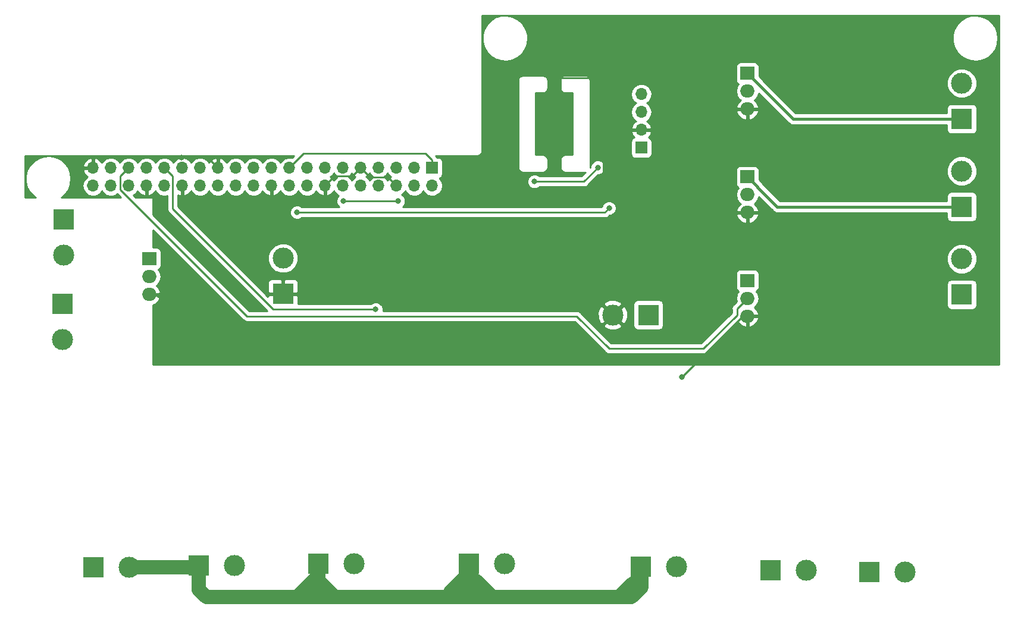
<source format=gbr>
G04 #@! TF.GenerationSoftware,KiCad,Pcbnew,(5.0.0)*
G04 #@! TF.CreationDate,2021-03-26T16:55:41-04:00*
G04 #@! TF.ProjectId,Projet_ControlledEnvironment,50726F6A65745F436F6E74726F6C6C65,2.0*
G04 #@! TF.SameCoordinates,Original*
G04 #@! TF.FileFunction,Copper,L2,Bot,Signal*
G04 #@! TF.FilePolarity,Positive*
%FSLAX46Y46*%
G04 Gerber Fmt 4.6, Leading zero omitted, Abs format (unit mm)*
G04 Created by KiCad (PCBNEW (5.0.0)) date 03/26/21 16:55:41*
%MOMM*%
%LPD*%
G01*
G04 APERTURE LIST*
G04 #@! TA.AperFunction,ComponentPad*
%ADD10O,2.000000X1.905000*%
G04 #@! TD*
G04 #@! TA.AperFunction,ComponentPad*
%ADD11R,2.000000X1.905000*%
G04 #@! TD*
G04 #@! TA.AperFunction,ComponentPad*
%ADD12O,1.700000X1.700000*%
G04 #@! TD*
G04 #@! TA.AperFunction,ComponentPad*
%ADD13R,1.700000X1.700000*%
G04 #@! TD*
G04 #@! TA.AperFunction,ComponentPad*
%ADD14C,3.000000*%
G04 #@! TD*
G04 #@! TA.AperFunction,ComponentPad*
%ADD15R,3.000000X3.000000*%
G04 #@! TD*
G04 #@! TA.AperFunction,ViaPad*
%ADD16C,0.800000*%
G04 #@! TD*
G04 #@! TA.AperFunction,Conductor*
%ADD17C,0.250000*%
G04 #@! TD*
G04 #@! TA.AperFunction,Conductor*
%ADD18C,2.000000*%
G04 #@! TD*
G04 #@! TA.AperFunction,Conductor*
%ADD19C,0.450000*%
G04 #@! TD*
G04 #@! TA.AperFunction,Conductor*
%ADD20C,0.254000*%
G04 #@! TD*
G04 APERTURE END LIST*
D10*
G04 #@! TO.P,U209,3*
G04 #@! TO.N,GND*
X77400000Y-78480000D03*
G04 #@! TO.P,U209,2*
G04 #@! TO.N,/Mainblock Core/GPIO13*
X77400000Y-75940000D03*
D11*
G04 #@! TO.P,U209,1*
G04 #@! TO.N,100W_LED-*
X77400000Y-73400000D03*
G04 #@! TD*
D10*
G04 #@! TO.P,U203,3*
G04 #@! TO.N,GND*
X162500000Y-81580000D03*
G04 #@! TO.P,U203,2*
G04 #@! TO.N,/Mainblock Core/GPIO19*
X162500000Y-79040000D03*
D11*
G04 #@! TO.P,U203,1*
G04 #@! TO.N,EXT_OPT_FAN_OUT*
X162500000Y-76500000D03*
G04 #@! TD*
D12*
G04 #@! TO.P,J201,27*
G04 #@! TO.N,/Mainblock Core/GPIO0*
X84610301Y-60460000D03*
G04 #@! TO.P,J201,22*
G04 #@! TO.N,/Mainblock Core/GPIO25*
X92230301Y-63000000D03*
G04 #@! TO.P,J201,6*
G04 #@! TO.N,GND*
X112550301Y-63000000D03*
G04 #@! TO.P,J201,19*
G04 #@! TO.N,/Mainblock Core/GPIO10*
X94770301Y-60460000D03*
G04 #@! TO.P,J201,17*
G04 #@! TO.N,+3V3*
X97310301Y-60460000D03*
G04 #@! TO.P,J201,13*
G04 #@! TO.N,/Mainblock Core/GPIO27*
X102390301Y-60460000D03*
G04 #@! TO.P,J201,10*
G04 #@! TO.N,/Mainblock Core/RX_PI*
X107470301Y-63000000D03*
G04 #@! TO.P,J201,5*
G04 #@! TO.N,SCL_PI*
X112550301Y-60460000D03*
G04 #@! TO.P,J201,30*
G04 #@! TO.N,GND*
X82070301Y-63000000D03*
G04 #@! TO.P,J201,21*
G04 #@! TO.N,/Mainblock Core/GPIO9*
X92230301Y-60460000D03*
G04 #@! TO.P,J201,32*
G04 #@! TO.N,/Mainblock Core/GPIO12*
X79530301Y-63000000D03*
G04 #@! TO.P,J201,9*
G04 #@! TO.N,GND*
X107470301Y-60460000D03*
G04 #@! TO.P,J201,38*
G04 #@! TO.N,/Mainblock Core/GPIO20*
X71910301Y-63000000D03*
G04 #@! TO.P,J201,28*
G04 #@! TO.N,/Mainblock Core/GPIO1*
X84610301Y-63000000D03*
G04 #@! TO.P,J201,37*
G04 #@! TO.N,/Mainblock Core/GPIO26*
X71910301Y-60460000D03*
G04 #@! TO.P,J201,35*
G04 #@! TO.N,/Mainblock Core/GPIO19*
X74450301Y-60460000D03*
G04 #@! TO.P,J201,4*
G04 #@! TO.N,+5V*
X115090301Y-63000000D03*
G04 #@! TO.P,J201,31*
G04 #@! TO.N,/Mainblock Core/GPIO6*
X79530301Y-60460000D03*
G04 #@! TO.P,J201,20*
G04 #@! TO.N,GND*
X94770301Y-63000000D03*
G04 #@! TO.P,J201,3*
G04 #@! TO.N,SDA_PI*
X115090301Y-60460000D03*
G04 #@! TO.P,J201,34*
G04 #@! TO.N,GND*
X76990301Y-63000000D03*
G04 #@! TO.P,J201,26*
G04 #@! TO.N,/Mainblock Core/GPIO7*
X87150301Y-63000000D03*
G04 #@! TO.P,J201,40*
G04 #@! TO.N,/Mainblock Core/GPIO21*
X69370301Y-63000000D03*
G04 #@! TO.P,J201,12*
G04 #@! TO.N,/Mainblock Core/GPIO18*
X104930301Y-63000000D03*
G04 #@! TO.P,J201,24*
G04 #@! TO.N,/Mainblock Core/GPIO8*
X89690301Y-63000000D03*
G04 #@! TO.P,J201,18*
G04 #@! TO.N,/Mainblock Core/GPIO24*
X97310301Y-63000000D03*
G04 #@! TO.P,J201,39*
G04 #@! TO.N,GND*
X69370301Y-60460000D03*
G04 #@! TO.P,J201,33*
G04 #@! TO.N,/Mainblock Core/GPIO13*
X76990301Y-60460000D03*
G04 #@! TO.P,J201,36*
G04 #@! TO.N,/Mainblock Core/GPIO16*
X74450301Y-63000000D03*
G04 #@! TO.P,J201,16*
G04 #@! TO.N,GPIO23_SIGPLEIN*
X99850301Y-63000000D03*
G04 #@! TO.P,J201,2*
G04 #@! TO.N,+5V*
X117630301Y-63000000D03*
G04 #@! TO.P,J201,7*
G04 #@! TO.N,/Mainblock Core/GPIO4*
X110010301Y-60460000D03*
G04 #@! TO.P,J201,23*
G04 #@! TO.N,/Mainblock Core/GPIO11*
X89690301Y-60460000D03*
G04 #@! TO.P,J201,14*
G04 #@! TO.N,GND*
X102390301Y-63000000D03*
G04 #@! TO.P,J201,11*
G04 #@! TO.N,/Mainblock Core/GPIO17*
X104930301Y-60460000D03*
D13*
G04 #@! TO.P,J201,1*
G04 #@! TO.N,+3V3*
X117630301Y-60460000D03*
D12*
G04 #@! TO.P,J201,25*
G04 #@! TO.N,GND*
X87150301Y-60460000D03*
G04 #@! TO.P,J201,15*
G04 #@! TO.N,/Mainblock Core/GPIO22*
X99850301Y-60460000D03*
G04 #@! TO.P,J201,8*
G04 #@! TO.N,/Mainblock Core/TX_PI*
X110010301Y-63000000D03*
G04 #@! TO.P,J201,29*
G04 #@! TO.N,/Mainblock Core/GPIO5*
X82070301Y-60460000D03*
G04 #@! TD*
D14*
G04 #@! TO.P,J409,2*
G04 #@! TO.N,Humidificateur*
X184880000Y-118050000D03*
D15*
G04 #@! TO.P,J409,1*
G04 #@! TO.N,24VAC-*
X179800000Y-118050000D03*
G04 #@! TD*
D10*
G04 #@! TO.P,U201,3*
G04 #@! TO.N,GND*
X162500000Y-52080000D03*
G04 #@! TO.P,U201,2*
G04 #@! TO.N,/Mainblock Core/GPIO18*
X162500000Y-49540000D03*
D11*
G04 #@! TO.P,U201,1*
G04 #@! TO.N,LED_FAN_OUT*
X162500000Y-47000000D03*
G04 #@! TD*
D10*
G04 #@! TO.P,U202,3*
G04 #@! TO.N,GND*
X162500000Y-66830000D03*
G04 #@! TO.P,U202,2*
G04 #@! TO.N,/Mainblock Core/GPIO12*
X162500000Y-64290000D03*
D11*
G04 #@! TO.P,U202,1*
G04 #@! TO.N,BOITIER_FAN_OUT*
X162500000Y-61750000D03*
G04 #@! TD*
D14*
G04 #@! TO.P,J401,2*
G04 #@! TO.N,LED_FAN_IN*
X193000000Y-48420000D03*
D15*
G04 #@! TO.P,J401,1*
G04 #@! TO.N,LED_FAN_OUT*
X193000000Y-53500000D03*
G04 #@! TD*
G04 #@! TO.P,J402,1*
G04 #@! TO.N,BOITIER_FAN_OUT*
X193000000Y-66000000D03*
D14*
G04 #@! TO.P,J402,2*
G04 #@! TO.N,BOITIER_FAN_IN*
X193000000Y-60920000D03*
G04 #@! TD*
G04 #@! TO.P,J403,2*
G04 #@! TO.N,EXT_OPT_FAN_IN*
X193000000Y-73420000D03*
D15*
G04 #@! TO.P,J403,1*
G04 #@! TO.N,EXT_OPT_FAN_OUT*
X193000000Y-78500000D03*
G04 #@! TD*
D13*
G04 #@! TO.P,J404,1*
G04 #@! TO.N,+3V3*
X147400000Y-57600000D03*
D12*
G04 #@! TO.P,J404,2*
G04 #@! TO.N,GND*
X147400000Y-55060000D03*
G04 #@! TO.P,J404,3*
G04 #@! TO.N,SDA_PI*
X147400000Y-52520000D03*
G04 #@! TO.P,J404,4*
G04 #@! TO.N,SCL_PI*
X147400000Y-49980000D03*
G04 #@! TD*
D15*
G04 #@! TO.P,J405,1*
G04 #@! TO.N,VAC+*
X69450000Y-117300000D03*
D14*
G04 #@! TO.P,J405,2*
G04 #@! TO.N,VAC-*
X74530000Y-117300000D03*
G04 #@! TD*
D15*
G04 #@! TO.P,J406,1*
G04 #@! TO.N,VAC-*
X84450000Y-117050000D03*
D14*
G04 #@! TO.P,J406,2*
G04 #@! TO.N,Heater*
X89530000Y-117050000D03*
G04 #@! TD*
G04 #@! TO.P,J407,2*
G04 #@! TO.N,DuctFan*
X106530000Y-116800000D03*
D15*
G04 #@! TO.P,J407,1*
G04 #@! TO.N,VAC-*
X101450000Y-116800000D03*
G04 #@! TD*
G04 #@! TO.P,J408,1*
G04 #@! TO.N,VAC-*
X122850000Y-116850000D03*
D14*
G04 #@! TO.P,J408,2*
G04 #@! TO.N,Dehumidificateur*
X127930000Y-116850000D03*
G04 #@! TD*
D15*
G04 #@! TO.P,J410,1*
G04 #@! TO.N,VAC-*
X147334136Y-117250000D03*
D14*
G04 #@! TO.P,J410,2*
G04 #@! TO.N,Ext_Light*
X152414135Y-117250000D03*
G04 #@! TD*
D15*
G04 #@! TO.P,J411,1*
G04 #@! TO.N,100W_LED-*
X65200000Y-67800000D03*
D14*
G04 #@! TO.P,J411,2*
G04 #@! TO.N,100W_LED+*
X65200000Y-72880000D03*
G04 #@! TD*
G04 #@! TO.P,J412,2*
G04 #@! TO.N,GND*
X143320000Y-81400000D03*
D15*
G04 #@! TO.P,J412,1*
G04 #@! TO.N,+12V*
X148400000Y-81400000D03*
G04 #@! TD*
G04 #@! TO.P,J413,1*
G04 #@! TO.N,24VAC+*
X165800000Y-117800000D03*
D14*
G04 #@! TO.P,J413,2*
G04 #@! TO.N,24VAC-*
X170880000Y-117800000D03*
G04 #@! TD*
G04 #@! TO.P,J414,2*
G04 #@! TO.N,GND*
X65000000Y-84880000D03*
D15*
G04 #@! TO.P,J414,1*
G04 #@! TO.N,100W_LED+*
X65000000Y-79800000D03*
G04 #@! TD*
D14*
G04 #@! TO.P,J416,2*
G04 #@! TO.N,GPIO23_SIGPLEIN*
X96400000Y-73320001D03*
D15*
G04 #@! TO.P,J416,1*
G04 #@! TO.N,GND*
X96400000Y-78400001D03*
G04 #@! TD*
D16*
G04 #@! TO.N,GND*
X96600000Y-87800000D03*
X153200000Y-90200000D03*
X118600000Y-87600000D03*
X179000000Y-88018737D03*
X133400000Y-50800000D03*
X142000000Y-62400000D03*
X86400000Y-87600000D03*
X78800000Y-78600000D03*
X82000000Y-59000000D03*
G04 #@! TO.N,SCL_PI*
X132200000Y-62400000D03*
X141200000Y-60400000D03*
G04 #@! TO.N,/Mainblock Core/GPIO18*
X105000000Y-65200000D03*
X112800000Y-65200000D03*
G04 #@! TO.N,/Mainblock Core/GPIO6*
X109600000Y-80600000D03*
G04 #@! TO.N,/Mainblock Core/GPIO12*
X98400000Y-66800000D03*
X142800000Y-66200000D03*
G04 #@! TD*
D17*
G04 #@! TO.N,GND*
X161820000Y-81580000D02*
X162500000Y-81580000D01*
X153200000Y-90200000D02*
X161820000Y-81580000D01*
X133400000Y-50234315D02*
X133400000Y-50800000D01*
X136014486Y-47619829D02*
X133400000Y-50234315D01*
X141819829Y-47619829D02*
X136014486Y-47619829D01*
X142000000Y-47800000D02*
X141819829Y-47619829D01*
X142000000Y-62400000D02*
X142000000Y-47800000D01*
X103240300Y-62150001D02*
X102390301Y-63000000D01*
X103755300Y-61635001D02*
X103240300Y-62150001D01*
X106295300Y-61635001D02*
X103755300Y-61635001D01*
X107470301Y-60460000D02*
X106295300Y-61635001D01*
X111700302Y-62150001D02*
X112550301Y-63000000D01*
X111375300Y-61824999D02*
X111700302Y-62150001D01*
X108835300Y-61824999D02*
X111375300Y-61824999D01*
X107470301Y-60460000D02*
X108835300Y-61824999D01*
X85690301Y-59000000D02*
X87150301Y-60460000D01*
X82000000Y-59000000D02*
X85690301Y-59000000D01*
G04 #@! TO.N,+3V3*
X117630301Y-59360000D02*
X117630301Y-60460000D01*
X116695311Y-58425010D02*
X117630301Y-59360000D01*
X99345291Y-58425010D02*
X116695311Y-58425010D01*
X97310301Y-60460000D02*
X99345291Y-58425010D01*
G04 #@! TO.N,SCL_PI*
X132200000Y-62400000D02*
X139200000Y-62400000D01*
X139200000Y-62400000D02*
X141200000Y-60400000D01*
G04 #@! TO.N,/Mainblock Core/GPIO18*
X105000000Y-65200000D02*
X112800000Y-65200000D01*
G04 #@! TO.N,/Mainblock Core/GPIO6*
X80380300Y-61309999D02*
X79530301Y-60460000D01*
X80705302Y-61635001D02*
X80380300Y-61309999D01*
X80705302Y-66290305D02*
X80705302Y-61635001D01*
X95014997Y-80600000D02*
X80705302Y-66290305D01*
X109600000Y-80600000D02*
X95014997Y-80600000D01*
G04 #@! TO.N,/Mainblock Core/GPIO12*
X98400000Y-66800000D02*
X142200000Y-66800000D01*
X142200000Y-66800000D02*
X142800000Y-66200000D01*
D18*
G04 #@! TO.N,VAC-*
X84200000Y-117300000D02*
X84450000Y-117050000D01*
X74530000Y-117300000D02*
X84200000Y-117300000D01*
X84450000Y-117050000D02*
X84450000Y-120550000D01*
X84450000Y-120550000D02*
X85500000Y-121600000D01*
X101450000Y-116800000D02*
X101450000Y-118550000D01*
X98600000Y-121400000D02*
X98600000Y-121600000D01*
X101450000Y-118550000D02*
X98600000Y-121400000D01*
X85500000Y-121600000D02*
X98600000Y-121600000D01*
X101450000Y-121150000D02*
X101000000Y-121600000D01*
X101450000Y-118550000D02*
X101450000Y-121150000D01*
X98600000Y-121600000D02*
X101000000Y-121600000D01*
X101450000Y-119250000D02*
X103800000Y-121600000D01*
X101450000Y-118550000D02*
X101450000Y-119250000D01*
X101000000Y-121600000D02*
X103800000Y-121600000D01*
X120200000Y-121600000D02*
X120200000Y-120800000D01*
X103800000Y-121600000D02*
X120200000Y-121600000D01*
X120200000Y-120800000D02*
X122000000Y-119000000D01*
X120200000Y-121600000D02*
X127000000Y-121600000D01*
X122850000Y-120150000D02*
X122850000Y-116850000D01*
X123800000Y-119200000D02*
X122850000Y-120150000D01*
X127000000Y-121600000D02*
X126200000Y-121600000D01*
X126200000Y-121600000D02*
X123800000Y-119200000D01*
X121650000Y-120150000D02*
X120200000Y-121600000D01*
X122850000Y-120150000D02*
X121650000Y-120150000D01*
X126200000Y-121600000D02*
X139484136Y-121600000D01*
X139484136Y-121600000D02*
X144200000Y-121600000D01*
X144200000Y-121600000D02*
X146200000Y-119600000D01*
X144200000Y-121600000D02*
X146000000Y-121600000D01*
X146000000Y-121600000D02*
X147400000Y-120200000D01*
X147400000Y-117315864D02*
X147334136Y-117250000D01*
X147400000Y-120200000D02*
X147400000Y-117315864D01*
D19*
G04 #@! TO.N,LED_FAN_OUT*
X162547500Y-47000000D02*
X162500000Y-47000000D01*
X163950000Y-48402500D02*
X162547500Y-47000000D01*
X163950000Y-48450000D02*
X163950000Y-48402500D01*
X169000000Y-53500000D02*
X163950000Y-48450000D01*
X193000000Y-53500000D02*
X169000000Y-53500000D01*
G04 #@! TO.N,BOITIER_FAN_OUT*
X162547500Y-61750000D02*
X162500000Y-61750000D01*
X163950000Y-63152500D02*
X162547500Y-61750000D01*
X163950000Y-63200000D02*
X163950000Y-63152500D01*
X166750000Y-66000000D02*
X163950000Y-63200000D01*
X193000000Y-66000000D02*
X166750000Y-66000000D01*
D17*
G04 #@! TO.N,/Mainblock Core/GPIO19*
X162452500Y-79040000D02*
X162500000Y-79040000D01*
X161000000Y-81400000D02*
X161000000Y-80492500D01*
X156200000Y-86200000D02*
X161000000Y-81400000D01*
X74450301Y-60460000D02*
X73275300Y-61635001D01*
X73275300Y-63564001D02*
X91311299Y-81600000D01*
X161000000Y-80492500D02*
X162452500Y-79040000D01*
X91311299Y-81600000D02*
X138200000Y-81600000D01*
X138200000Y-81600000D02*
X142800000Y-86200000D01*
X73275300Y-61635001D02*
X73275300Y-63564001D01*
X142800000Y-86200000D02*
X156200000Y-86200000D01*
G04 #@! TD*
D20*
G04 #@! TO.N,GND*
G36*
X198265001Y-88473000D02*
X77927000Y-88473000D01*
X77927000Y-79966990D01*
X78343091Y-79789318D01*
X78775973Y-79346924D01*
X78990563Y-78852980D01*
X78870594Y-78607000D01*
X77927000Y-78607000D01*
X77927000Y-78353000D01*
X78870594Y-78353000D01*
X78990563Y-78107020D01*
X78775973Y-77613076D01*
X78390526Y-77219159D01*
X78592023Y-77084523D01*
X78942891Y-76559411D01*
X79066100Y-75940000D01*
X78942891Y-75320589D01*
X78680912Y-74928509D01*
X78857809Y-74810309D01*
X78998157Y-74600265D01*
X79047440Y-74352500D01*
X79047440Y-72447500D01*
X78998157Y-72199735D01*
X78857809Y-71989691D01*
X78647765Y-71849343D01*
X78400000Y-71800060D01*
X77927000Y-71800060D01*
X77927000Y-69290503D01*
X90720972Y-82084476D01*
X90763370Y-82147929D01*
X90826823Y-82190327D01*
X90826825Y-82190329D01*
X90952201Y-82274102D01*
X91014762Y-82315904D01*
X91236447Y-82360000D01*
X91236451Y-82360000D01*
X91311298Y-82374888D01*
X91386145Y-82360000D01*
X137885199Y-82360000D01*
X142209673Y-86684476D01*
X142252071Y-86747929D01*
X142315524Y-86790327D01*
X142315526Y-86790329D01*
X142440902Y-86874102D01*
X142503463Y-86915904D01*
X142725148Y-86960000D01*
X142725152Y-86960000D01*
X142799999Y-86974888D01*
X142874846Y-86960000D01*
X156125153Y-86960000D01*
X156200000Y-86974888D01*
X156274847Y-86960000D01*
X156274852Y-86960000D01*
X156496537Y-86915904D01*
X156747929Y-86747929D01*
X156790331Y-86684470D01*
X161094907Y-82379895D01*
X161124027Y-82446924D01*
X161556909Y-82889318D01*
X162126136Y-83132380D01*
X162373000Y-83005572D01*
X162373000Y-81707000D01*
X162627000Y-81707000D01*
X162627000Y-83005572D01*
X162873864Y-83132380D01*
X163443091Y-82889318D01*
X163875973Y-82446924D01*
X164090563Y-81952980D01*
X163970594Y-81707000D01*
X162627000Y-81707000D01*
X162373000Y-81707000D01*
X162353000Y-81707000D01*
X162353000Y-81453000D01*
X162373000Y-81453000D01*
X162373000Y-81433000D01*
X162627000Y-81433000D01*
X162627000Y-81453000D01*
X163970594Y-81453000D01*
X164090563Y-81207020D01*
X163875973Y-80713076D01*
X163490526Y-80319159D01*
X163692023Y-80184523D01*
X164042891Y-79659411D01*
X164166100Y-79040000D01*
X164042891Y-78420589D01*
X163780912Y-78028509D01*
X163957809Y-77910309D01*
X164098157Y-77700265D01*
X164147440Y-77452500D01*
X164147440Y-77000000D01*
X190852560Y-77000000D01*
X190852560Y-80000000D01*
X190901843Y-80247765D01*
X191042191Y-80457809D01*
X191252235Y-80598157D01*
X191500000Y-80647440D01*
X194500000Y-80647440D01*
X194747765Y-80598157D01*
X194957809Y-80457809D01*
X195098157Y-80247765D01*
X195147440Y-80000000D01*
X195147440Y-77000000D01*
X195098157Y-76752235D01*
X194957809Y-76542191D01*
X194747765Y-76401843D01*
X194500000Y-76352560D01*
X191500000Y-76352560D01*
X191252235Y-76401843D01*
X191042191Y-76542191D01*
X190901843Y-76752235D01*
X190852560Y-77000000D01*
X164147440Y-77000000D01*
X164147440Y-75547500D01*
X164098157Y-75299735D01*
X163957809Y-75089691D01*
X163747765Y-74949343D01*
X163500000Y-74900060D01*
X161500000Y-74900060D01*
X161252235Y-74949343D01*
X161042191Y-75089691D01*
X160901843Y-75299735D01*
X160852560Y-75547500D01*
X160852560Y-77452500D01*
X160901843Y-77700265D01*
X161042191Y-77910309D01*
X161219088Y-78028509D01*
X160957109Y-78420589D01*
X160833900Y-79040000D01*
X160924122Y-79493576D01*
X160515528Y-79902171D01*
X160452072Y-79944571D01*
X160409672Y-80008027D01*
X160409671Y-80008028D01*
X160284097Y-80195963D01*
X160225112Y-80492500D01*
X160240001Y-80567351D01*
X160240000Y-81085198D01*
X155885199Y-85440000D01*
X143114803Y-85440000D01*
X140588772Y-82913970D01*
X141985635Y-82913970D01*
X142145418Y-83232739D01*
X142936187Y-83542723D01*
X143785387Y-83526497D01*
X144494582Y-83232739D01*
X144654365Y-82913970D01*
X143320000Y-81579605D01*
X141985635Y-82913970D01*
X140588772Y-82913970D01*
X138790331Y-81115530D01*
X138747929Y-81052071D01*
X138694225Y-81016187D01*
X141177277Y-81016187D01*
X141193503Y-81865387D01*
X141487261Y-82574582D01*
X141806030Y-82734365D01*
X143140395Y-81400000D01*
X143499605Y-81400000D01*
X144833970Y-82734365D01*
X145152739Y-82574582D01*
X145462723Y-81783813D01*
X145446497Y-80934613D01*
X145152739Y-80225418D01*
X144833970Y-80065635D01*
X143499605Y-81400000D01*
X143140395Y-81400000D01*
X141806030Y-80065635D01*
X141487261Y-80225418D01*
X141177277Y-81016187D01*
X138694225Y-81016187D01*
X138496537Y-80884096D01*
X138274852Y-80840000D01*
X138274847Y-80840000D01*
X138200000Y-80825112D01*
X138125153Y-80840000D01*
X110620865Y-80840000D01*
X110635000Y-80805874D01*
X110635000Y-80394126D01*
X110477431Y-80013720D01*
X110349741Y-79886030D01*
X141985635Y-79886030D01*
X143320000Y-81220395D01*
X144640395Y-79900000D01*
X146252560Y-79900000D01*
X146252560Y-82900000D01*
X146301843Y-83147765D01*
X146442191Y-83357809D01*
X146652235Y-83498157D01*
X146900000Y-83547440D01*
X149900000Y-83547440D01*
X150147765Y-83498157D01*
X150357809Y-83357809D01*
X150498157Y-83147765D01*
X150547440Y-82900000D01*
X150547440Y-79900000D01*
X150498157Y-79652235D01*
X150357809Y-79442191D01*
X150147765Y-79301843D01*
X149900000Y-79252560D01*
X146900000Y-79252560D01*
X146652235Y-79301843D01*
X146442191Y-79442191D01*
X146301843Y-79652235D01*
X146252560Y-79900000D01*
X144640395Y-79900000D01*
X144654365Y-79886030D01*
X144494582Y-79567261D01*
X143703813Y-79257277D01*
X142854613Y-79273503D01*
X142145418Y-79567261D01*
X141985635Y-79886030D01*
X110349741Y-79886030D01*
X110186280Y-79722569D01*
X109805874Y-79565000D01*
X109394126Y-79565000D01*
X109013720Y-79722569D01*
X108896289Y-79840000D01*
X98535000Y-79840000D01*
X98535000Y-78685751D01*
X98376250Y-78527001D01*
X96527000Y-78527001D01*
X96527000Y-78547001D01*
X96273000Y-78547001D01*
X96273000Y-78527001D01*
X94423750Y-78527001D01*
X94265000Y-78685751D01*
X94265000Y-78775201D01*
X92263491Y-76773692D01*
X94265000Y-76773692D01*
X94265000Y-78114251D01*
X94423750Y-78273001D01*
X96273000Y-78273001D01*
X96273000Y-76423751D01*
X96527000Y-76423751D01*
X96527000Y-78273001D01*
X98376250Y-78273001D01*
X98535000Y-78114251D01*
X98535000Y-76773692D01*
X98438327Y-76540303D01*
X98259699Y-76361674D01*
X98026310Y-76265001D01*
X96685750Y-76265001D01*
X96527000Y-76423751D01*
X96273000Y-76423751D01*
X96114250Y-76265001D01*
X94773690Y-76265001D01*
X94540301Y-76361674D01*
X94361673Y-76540303D01*
X94265000Y-76773692D01*
X92263491Y-76773692D01*
X88385122Y-72895323D01*
X94265000Y-72895323D01*
X94265000Y-73744679D01*
X94590034Y-74529381D01*
X95190620Y-75129967D01*
X95975322Y-75455001D01*
X96824678Y-75455001D01*
X97609380Y-75129967D01*
X98209966Y-74529381D01*
X98535000Y-73744679D01*
X98535000Y-72995322D01*
X190865000Y-72995322D01*
X190865000Y-73844678D01*
X191190034Y-74629380D01*
X191790620Y-75229966D01*
X192575322Y-75555000D01*
X193424678Y-75555000D01*
X194209380Y-75229966D01*
X194809966Y-74629380D01*
X195135000Y-73844678D01*
X195135000Y-72995322D01*
X194809966Y-72210620D01*
X194209380Y-71610034D01*
X193424678Y-71285000D01*
X192575322Y-71285000D01*
X191790620Y-71610034D01*
X191190034Y-72210620D01*
X190865000Y-72995322D01*
X98535000Y-72995322D01*
X98535000Y-72895323D01*
X98209966Y-72110621D01*
X97609380Y-71510035D01*
X96824678Y-71185001D01*
X95975322Y-71185001D01*
X95190620Y-71510035D01*
X94590034Y-72110621D01*
X94265000Y-72895323D01*
X88385122Y-72895323D01*
X81465302Y-65975504D01*
X81465302Y-64338712D01*
X81713411Y-64441476D01*
X81943301Y-64320155D01*
X81943301Y-63127000D01*
X81923301Y-63127000D01*
X81923301Y-62873000D01*
X81943301Y-62873000D01*
X81943301Y-62853000D01*
X82197301Y-62853000D01*
X82197301Y-62873000D01*
X82217301Y-62873000D01*
X82217301Y-63127000D01*
X82197301Y-63127000D01*
X82197301Y-64320155D01*
X82427191Y-64441476D01*
X82837225Y-64271645D01*
X83265484Y-63881358D01*
X83326458Y-63751522D01*
X83539676Y-64070625D01*
X84030883Y-64398839D01*
X84464045Y-64485000D01*
X84756557Y-64485000D01*
X85189719Y-64398839D01*
X85680926Y-64070625D01*
X85880301Y-63772239D01*
X86079676Y-64070625D01*
X86570883Y-64398839D01*
X87004045Y-64485000D01*
X87296557Y-64485000D01*
X87729719Y-64398839D01*
X88220926Y-64070625D01*
X88420301Y-63772239D01*
X88619676Y-64070625D01*
X89110883Y-64398839D01*
X89544045Y-64485000D01*
X89836557Y-64485000D01*
X90269719Y-64398839D01*
X90760926Y-64070625D01*
X90960301Y-63772239D01*
X91159676Y-64070625D01*
X91650883Y-64398839D01*
X92084045Y-64485000D01*
X92376557Y-64485000D01*
X92809719Y-64398839D01*
X93300926Y-64070625D01*
X93514144Y-63751522D01*
X93575118Y-63881358D01*
X94003377Y-64271645D01*
X94413411Y-64441476D01*
X94643301Y-64320155D01*
X94643301Y-63127000D01*
X94623301Y-63127000D01*
X94623301Y-62873000D01*
X94643301Y-62873000D01*
X94643301Y-62853000D01*
X94897301Y-62853000D01*
X94897301Y-62873000D01*
X94917301Y-62873000D01*
X94917301Y-63127000D01*
X94897301Y-63127000D01*
X94897301Y-64320155D01*
X95127191Y-64441476D01*
X95537225Y-64271645D01*
X95965484Y-63881358D01*
X96026458Y-63751522D01*
X96239676Y-64070625D01*
X96730883Y-64398839D01*
X97164045Y-64485000D01*
X97456557Y-64485000D01*
X97889719Y-64398839D01*
X98380926Y-64070625D01*
X98580301Y-63772239D01*
X98779676Y-64070625D01*
X99270883Y-64398839D01*
X99704045Y-64485000D01*
X99996557Y-64485000D01*
X100429719Y-64398839D01*
X100920926Y-64070625D01*
X101134144Y-63751522D01*
X101195118Y-63881358D01*
X101623377Y-64271645D01*
X102033411Y-64441476D01*
X102263301Y-64320155D01*
X102263301Y-63127000D01*
X102243301Y-63127000D01*
X102243301Y-62873000D01*
X102263301Y-62873000D01*
X102263301Y-62853000D01*
X102517301Y-62853000D01*
X102517301Y-62873000D01*
X102537301Y-62873000D01*
X102537301Y-63127000D01*
X102517301Y-63127000D01*
X102517301Y-64320155D01*
X102747191Y-64441476D01*
X103157225Y-64271645D01*
X103585484Y-63881358D01*
X103646458Y-63751522D01*
X103859676Y-64070625D01*
X104342831Y-64393458D01*
X104122569Y-64613720D01*
X103965000Y-64994126D01*
X103965000Y-65405874D01*
X104122569Y-65786280D01*
X104376289Y-66040000D01*
X99103711Y-66040000D01*
X98986280Y-65922569D01*
X98605874Y-65765000D01*
X98194126Y-65765000D01*
X97813720Y-65922569D01*
X97522569Y-66213720D01*
X97365000Y-66594126D01*
X97365000Y-67005874D01*
X97522569Y-67386280D01*
X97813720Y-67677431D01*
X98194126Y-67835000D01*
X98605874Y-67835000D01*
X98986280Y-67677431D01*
X99103711Y-67560000D01*
X142125153Y-67560000D01*
X142200000Y-67574888D01*
X142274847Y-67560000D01*
X142274852Y-67560000D01*
X142496537Y-67515904D01*
X142747929Y-67347929D01*
X142790331Y-67284470D01*
X142839801Y-67235000D01*
X143005874Y-67235000D01*
X143083177Y-67202980D01*
X160909437Y-67202980D01*
X161124027Y-67696924D01*
X161556909Y-68139318D01*
X162126136Y-68382380D01*
X162373000Y-68255572D01*
X162373000Y-66957000D01*
X162627000Y-66957000D01*
X162627000Y-68255572D01*
X162873864Y-68382380D01*
X163443091Y-68139318D01*
X163875973Y-67696924D01*
X164090563Y-67202980D01*
X163970594Y-66957000D01*
X162627000Y-66957000D01*
X162373000Y-66957000D01*
X161029406Y-66957000D01*
X160909437Y-67202980D01*
X143083177Y-67202980D01*
X143386280Y-67077431D01*
X143677431Y-66786280D01*
X143835000Y-66405874D01*
X143835000Y-65994126D01*
X143677431Y-65613720D01*
X143386280Y-65322569D01*
X143005874Y-65165000D01*
X142594126Y-65165000D01*
X142213720Y-65322569D01*
X141922569Y-65613720D01*
X141765000Y-65994126D01*
X141765000Y-66040000D01*
X113423711Y-66040000D01*
X113677431Y-65786280D01*
X113835000Y-65405874D01*
X113835000Y-64994126D01*
X113677431Y-64613720D01*
X113386280Y-64322569D01*
X113290281Y-64282805D01*
X113317225Y-64271645D01*
X113745484Y-63881358D01*
X113806458Y-63751522D01*
X114019676Y-64070625D01*
X114510883Y-64398839D01*
X114944045Y-64485000D01*
X115236557Y-64485000D01*
X115669719Y-64398839D01*
X116160926Y-64070625D01*
X116360301Y-63772239D01*
X116559676Y-64070625D01*
X117050883Y-64398839D01*
X117484045Y-64485000D01*
X117776557Y-64485000D01*
X118209719Y-64398839D01*
X118372608Y-64290000D01*
X160833900Y-64290000D01*
X160957109Y-64909411D01*
X161307977Y-65434523D01*
X161509474Y-65569159D01*
X161124027Y-65963076D01*
X160909437Y-66457020D01*
X161029406Y-66703000D01*
X162373000Y-66703000D01*
X162373000Y-66683000D01*
X162627000Y-66683000D01*
X162627000Y-66703000D01*
X163970594Y-66703000D01*
X164090563Y-66457020D01*
X163875973Y-65963076D01*
X163490526Y-65569159D01*
X163692023Y-65434523D01*
X164042891Y-64909411D01*
X164109305Y-64575528D01*
X166081997Y-66548221D01*
X166129975Y-66620025D01*
X166201779Y-66668003D01*
X166201780Y-66668004D01*
X166314840Y-66743548D01*
X166414445Y-66810102D01*
X166665299Y-66860000D01*
X166665304Y-66860000D01*
X166750000Y-66876847D01*
X166834696Y-66860000D01*
X190852560Y-66860000D01*
X190852560Y-67500000D01*
X190901843Y-67747765D01*
X191042191Y-67957809D01*
X191252235Y-68098157D01*
X191500000Y-68147440D01*
X194500000Y-68147440D01*
X194747765Y-68098157D01*
X194957809Y-67957809D01*
X195098157Y-67747765D01*
X195147440Y-67500000D01*
X195147440Y-64500000D01*
X195098157Y-64252235D01*
X194957809Y-64042191D01*
X194747765Y-63901843D01*
X194500000Y-63852560D01*
X191500000Y-63852560D01*
X191252235Y-63901843D01*
X191042191Y-64042191D01*
X190901843Y-64252235D01*
X190852560Y-64500000D01*
X190852560Y-65140000D01*
X167106224Y-65140000D01*
X164713655Y-62747432D01*
X164621825Y-62610000D01*
X164570025Y-62532475D01*
X164498218Y-62484495D01*
X164147440Y-62133717D01*
X164147440Y-60797500D01*
X164098157Y-60549735D01*
X164061800Y-60495322D01*
X190865000Y-60495322D01*
X190865000Y-61344678D01*
X191190034Y-62129380D01*
X191790620Y-62729966D01*
X192575322Y-63055000D01*
X193424678Y-63055000D01*
X194209380Y-62729966D01*
X194809966Y-62129380D01*
X195135000Y-61344678D01*
X195135000Y-60495322D01*
X194809966Y-59710620D01*
X194209380Y-59110034D01*
X193424678Y-58785000D01*
X192575322Y-58785000D01*
X191790620Y-59110034D01*
X191190034Y-59710620D01*
X190865000Y-60495322D01*
X164061800Y-60495322D01*
X163957809Y-60339691D01*
X163747765Y-60199343D01*
X163500000Y-60150060D01*
X161500000Y-60150060D01*
X161252235Y-60199343D01*
X161042191Y-60339691D01*
X160901843Y-60549735D01*
X160852560Y-60797500D01*
X160852560Y-62702500D01*
X160901843Y-62950265D01*
X161042191Y-63160309D01*
X161219088Y-63278509D01*
X160957109Y-63670589D01*
X160833900Y-64290000D01*
X118372608Y-64290000D01*
X118700926Y-64070625D01*
X119029140Y-63579418D01*
X119144393Y-63000000D01*
X119029140Y-62420582D01*
X118877827Y-62194126D01*
X131165000Y-62194126D01*
X131165000Y-62605874D01*
X131322569Y-62986280D01*
X131613720Y-63277431D01*
X131994126Y-63435000D01*
X132405874Y-63435000D01*
X132786280Y-63277431D01*
X132903711Y-63160000D01*
X139125153Y-63160000D01*
X139200000Y-63174888D01*
X139274847Y-63160000D01*
X139274852Y-63160000D01*
X139496537Y-63115904D01*
X139747929Y-62947929D01*
X139790331Y-62884470D01*
X141239802Y-61435000D01*
X141405874Y-61435000D01*
X141786280Y-61277431D01*
X142077431Y-60986280D01*
X142235000Y-60605874D01*
X142235000Y-60194126D01*
X142077431Y-59813720D01*
X141786280Y-59522569D01*
X141405874Y-59365000D01*
X140994126Y-59365000D01*
X140613720Y-59522569D01*
X140322569Y-59813720D01*
X140165000Y-60194126D01*
X140165000Y-60360198D01*
X140089509Y-60435689D01*
X140093182Y-60417224D01*
X140093182Y-60417220D01*
X140107580Y-60344837D01*
X140093182Y-60272454D01*
X140093182Y-56750000D01*
X145902560Y-56750000D01*
X145902560Y-58450000D01*
X145951843Y-58697765D01*
X146092191Y-58907809D01*
X146302235Y-59048157D01*
X146550000Y-59097440D01*
X148250000Y-59097440D01*
X148497765Y-59048157D01*
X148707809Y-58907809D01*
X148848157Y-58697765D01*
X148897440Y-58450000D01*
X148897440Y-56750000D01*
X148848157Y-56502235D01*
X148707809Y-56292191D01*
X148497765Y-56151843D01*
X148394292Y-56131261D01*
X148671645Y-55826924D01*
X148841476Y-55416890D01*
X148720155Y-55187000D01*
X147527000Y-55187000D01*
X147527000Y-55207000D01*
X147273000Y-55207000D01*
X147273000Y-55187000D01*
X146079845Y-55187000D01*
X145958524Y-55416890D01*
X146128355Y-55826924D01*
X146405708Y-56131261D01*
X146302235Y-56151843D01*
X146092191Y-56292191D01*
X145951843Y-56502235D01*
X145902560Y-56750000D01*
X140093182Y-56750000D01*
X140093181Y-49980000D01*
X145885908Y-49980000D01*
X146001161Y-50559418D01*
X146329375Y-51050625D01*
X146627761Y-51250000D01*
X146329375Y-51449375D01*
X146001161Y-51940582D01*
X145885908Y-52520000D01*
X146001161Y-53099418D01*
X146329375Y-53590625D01*
X146648478Y-53803843D01*
X146518642Y-53864817D01*
X146128355Y-54293076D01*
X145958524Y-54703110D01*
X146079845Y-54933000D01*
X147273000Y-54933000D01*
X147273000Y-54913000D01*
X147527000Y-54913000D01*
X147527000Y-54933000D01*
X148720155Y-54933000D01*
X148841476Y-54703110D01*
X148671645Y-54293076D01*
X148281358Y-53864817D01*
X148151522Y-53803843D01*
X148470625Y-53590625D01*
X148798839Y-53099418D01*
X148914092Y-52520000D01*
X148900761Y-52452980D01*
X160909437Y-52452980D01*
X161124027Y-52946924D01*
X161556909Y-53389318D01*
X162126136Y-53632380D01*
X162373000Y-53505572D01*
X162373000Y-52207000D01*
X162627000Y-52207000D01*
X162627000Y-53505572D01*
X162873864Y-53632380D01*
X163443091Y-53389318D01*
X163875973Y-52946924D01*
X164090563Y-52452980D01*
X163970594Y-52207000D01*
X162627000Y-52207000D01*
X162373000Y-52207000D01*
X161029406Y-52207000D01*
X160909437Y-52452980D01*
X148900761Y-52452980D01*
X148798839Y-51940582D01*
X148470625Y-51449375D01*
X148172239Y-51250000D01*
X148470625Y-51050625D01*
X148798839Y-50559418D01*
X148914092Y-49980000D01*
X148826571Y-49540000D01*
X160833900Y-49540000D01*
X160957109Y-50159411D01*
X161307977Y-50684523D01*
X161509474Y-50819159D01*
X161124027Y-51213076D01*
X160909437Y-51707020D01*
X161029406Y-51953000D01*
X162373000Y-51953000D01*
X162373000Y-51933000D01*
X162627000Y-51933000D01*
X162627000Y-51953000D01*
X163970594Y-51953000D01*
X164090563Y-51707020D01*
X163875973Y-51213076D01*
X163490526Y-50819159D01*
X163692023Y-50684523D01*
X164042891Y-50159411D01*
X164109305Y-49825528D01*
X168331997Y-54048221D01*
X168379975Y-54120025D01*
X168451779Y-54168003D01*
X168451780Y-54168004D01*
X168564840Y-54243548D01*
X168664445Y-54310102D01*
X168915299Y-54360000D01*
X168915303Y-54360000D01*
X168999999Y-54376847D01*
X169084695Y-54360000D01*
X190852560Y-54360000D01*
X190852560Y-55000000D01*
X190901843Y-55247765D01*
X191042191Y-55457809D01*
X191252235Y-55598157D01*
X191500000Y-55647440D01*
X194500000Y-55647440D01*
X194747765Y-55598157D01*
X194957809Y-55457809D01*
X195098157Y-55247765D01*
X195147440Y-55000000D01*
X195147440Y-52000000D01*
X195098157Y-51752235D01*
X194957809Y-51542191D01*
X194747765Y-51401843D01*
X194500000Y-51352560D01*
X191500000Y-51352560D01*
X191252235Y-51401843D01*
X191042191Y-51542191D01*
X190901843Y-51752235D01*
X190852560Y-52000000D01*
X190852560Y-52640000D01*
X169356224Y-52640000D01*
X164713656Y-47997432D01*
X164712247Y-47995322D01*
X190865000Y-47995322D01*
X190865000Y-48844678D01*
X191190034Y-49629380D01*
X191790620Y-50229966D01*
X192575322Y-50555000D01*
X193424678Y-50555000D01*
X194209380Y-50229966D01*
X194809966Y-49629380D01*
X195135000Y-48844678D01*
X195135000Y-47995322D01*
X194809966Y-47210620D01*
X194209380Y-46610034D01*
X193424678Y-46285000D01*
X192575322Y-46285000D01*
X191790620Y-46610034D01*
X191190034Y-47210620D01*
X190865000Y-47995322D01*
X164712247Y-47995322D01*
X164618004Y-47854281D01*
X164570025Y-47782475D01*
X164498218Y-47734495D01*
X164147440Y-47383717D01*
X164147440Y-46047500D01*
X164098157Y-45799735D01*
X163957809Y-45589691D01*
X163747765Y-45449343D01*
X163500000Y-45400060D01*
X161500000Y-45400060D01*
X161252235Y-45449343D01*
X161042191Y-45589691D01*
X160901843Y-45799735D01*
X160852560Y-46047500D01*
X160852560Y-47952500D01*
X160901843Y-48200265D01*
X161042191Y-48410309D01*
X161219088Y-48528509D01*
X160957109Y-48920589D01*
X160833900Y-49540000D01*
X148826571Y-49540000D01*
X148798839Y-49400582D01*
X148470625Y-48909375D01*
X147979418Y-48581161D01*
X147546256Y-48495000D01*
X147253744Y-48495000D01*
X146820582Y-48581161D01*
X146329375Y-48909375D01*
X146001161Y-49400582D01*
X145885908Y-49980000D01*
X140093181Y-49980000D01*
X140093180Y-48117226D01*
X140107579Y-48044837D01*
X140050534Y-47758054D01*
X139888085Y-47514932D01*
X139644963Y-47352483D01*
X139430568Y-47309837D01*
X139430565Y-47309837D01*
X139358181Y-47295439D01*
X139285797Y-47309837D01*
X136680570Y-47309839D01*
X136608182Y-47295440D01*
X136321400Y-47352484D01*
X136078278Y-47514933D01*
X136078277Y-47514934D01*
X135915828Y-47758056D01*
X135858784Y-48044838D01*
X135873183Y-48117225D01*
X135873181Y-48972447D01*
X135858782Y-49044837D01*
X135915827Y-49331620D01*
X136078276Y-49574742D01*
X136321398Y-49737191D01*
X136535793Y-49779837D01*
X136535798Y-49779837D01*
X136608181Y-49794235D01*
X136680565Y-49779837D01*
X137623181Y-49779837D01*
X137623183Y-58609838D01*
X136680570Y-58609839D01*
X136608181Y-58595440D01*
X136321398Y-58652485D01*
X136078276Y-58814934D01*
X135915827Y-59058056D01*
X135873181Y-59272451D01*
X135873181Y-59272454D01*
X135858783Y-59344838D01*
X135873181Y-59417223D01*
X135873183Y-60272445D01*
X135858783Y-60344837D01*
X135915828Y-60631620D01*
X136078277Y-60874742D01*
X136321399Y-61037191D01*
X136535794Y-61079837D01*
X136535798Y-61079837D01*
X136608182Y-61094235D01*
X136680565Y-61079837D01*
X139285798Y-61079837D01*
X139358182Y-61094235D01*
X139430565Y-61079837D01*
X139430569Y-61079837D01*
X139449035Y-61076164D01*
X138885199Y-61640000D01*
X132903711Y-61640000D01*
X132786280Y-61522569D01*
X132405874Y-61365000D01*
X131994126Y-61365000D01*
X131613720Y-61522569D01*
X131322569Y-61813720D01*
X131165000Y-62194126D01*
X118877827Y-62194126D01*
X118700926Y-61929375D01*
X118682682Y-61917184D01*
X118728066Y-61908157D01*
X118938110Y-61767809D01*
X119078458Y-61557765D01*
X119127741Y-61310000D01*
X119127741Y-60350000D01*
X129850601Y-60350000D01*
X129907646Y-60636783D01*
X129987663Y-60756537D01*
X130070095Y-60879905D01*
X130313217Y-61042354D01*
X130600000Y-61099399D01*
X130672388Y-61085000D01*
X133277612Y-61085000D01*
X133350000Y-61099399D01*
X133422388Y-61085000D01*
X133636783Y-61042354D01*
X133879905Y-60879905D01*
X134042354Y-60636783D01*
X134099399Y-60350000D01*
X134085000Y-60277612D01*
X134085000Y-59422388D01*
X134099399Y-59350000D01*
X134042354Y-59063217D01*
X133879905Y-58820095D01*
X133636783Y-58657646D01*
X133422388Y-58615000D01*
X133350000Y-58600601D01*
X133277612Y-58615000D01*
X132335000Y-58615000D01*
X132335000Y-49785000D01*
X133277617Y-49785000D01*
X133350001Y-49799398D01*
X133422384Y-49785000D01*
X133422389Y-49785000D01*
X133636784Y-49742354D01*
X133879906Y-49579905D01*
X134042355Y-49336783D01*
X134099400Y-49050000D01*
X134085001Y-48977610D01*
X134084999Y-48122388D01*
X134099398Y-48050000D01*
X134042353Y-47763217D01*
X133879904Y-47520095D01*
X133636782Y-47357646D01*
X133422387Y-47315000D01*
X133422384Y-47315000D01*
X133350000Y-47300602D01*
X133277616Y-47315000D01*
X130672398Y-47315002D01*
X130600000Y-47300601D01*
X130313218Y-47357646D01*
X130070096Y-47520095D01*
X129907647Y-47763217D01*
X129907646Y-47763219D01*
X129850602Y-48050001D01*
X129865001Y-48122389D01*
X129865000Y-60277612D01*
X129850601Y-60350000D01*
X119127741Y-60350000D01*
X119127741Y-59610000D01*
X119078458Y-59362235D01*
X118938110Y-59152191D01*
X118728066Y-59011843D01*
X118480301Y-58962560D01*
X118278784Y-58962560D01*
X118178230Y-58812071D01*
X118114774Y-58769671D01*
X118080103Y-58735000D01*
X123927612Y-58735000D01*
X124000000Y-58749399D01*
X124072388Y-58735000D01*
X124286783Y-58692354D01*
X124529905Y-58529905D01*
X124692354Y-58286783D01*
X124749399Y-58000000D01*
X124735000Y-57927612D01*
X124735000Y-41592040D01*
X124770667Y-41592040D01*
X124770667Y-42407960D01*
X124973578Y-43198245D01*
X125366650Y-43913241D01*
X125925185Y-44508021D01*
X126614088Y-44945212D01*
X127390074Y-45197345D01*
X128204383Y-45248577D01*
X129005850Y-45095689D01*
X129744116Y-44748287D01*
X130372793Y-44228201D01*
X130852378Y-43568108D01*
X131152738Y-42809486D01*
X131255000Y-42000000D01*
X131203463Y-41592040D01*
X191670667Y-41592040D01*
X191670667Y-42407960D01*
X191873578Y-43198245D01*
X192266650Y-43913241D01*
X192825185Y-44508021D01*
X193514088Y-44945212D01*
X194290074Y-45197345D01*
X195104383Y-45248577D01*
X195905850Y-45095689D01*
X196644116Y-44748287D01*
X197272793Y-44228201D01*
X197752378Y-43568108D01*
X198052738Y-42809486D01*
X198155000Y-42000000D01*
X198052738Y-41190514D01*
X197752378Y-40431892D01*
X197272793Y-39771799D01*
X196644116Y-39251713D01*
X195905850Y-38904311D01*
X195104383Y-38751423D01*
X194290074Y-38802655D01*
X193514088Y-39054788D01*
X192825185Y-39491979D01*
X192266650Y-40086759D01*
X191873578Y-40801755D01*
X191670667Y-41592040D01*
X131203463Y-41592040D01*
X131152738Y-41190514D01*
X130852378Y-40431892D01*
X130372793Y-39771799D01*
X129744116Y-39251713D01*
X129005850Y-38904311D01*
X128204383Y-38751423D01*
X127390074Y-38802655D01*
X126614088Y-39054788D01*
X125925185Y-39491979D01*
X125366650Y-40086759D01*
X124973578Y-40801755D01*
X124770667Y-41592040D01*
X124735000Y-41592040D01*
X124735000Y-38735000D01*
X198265000Y-38735000D01*
X198265001Y-88473000D01*
X198265001Y-88473000D01*
G37*
X198265001Y-88473000D02*
X77927000Y-88473000D01*
X77927000Y-79966990D01*
X78343091Y-79789318D01*
X78775973Y-79346924D01*
X78990563Y-78852980D01*
X78870594Y-78607000D01*
X77927000Y-78607000D01*
X77927000Y-78353000D01*
X78870594Y-78353000D01*
X78990563Y-78107020D01*
X78775973Y-77613076D01*
X78390526Y-77219159D01*
X78592023Y-77084523D01*
X78942891Y-76559411D01*
X79066100Y-75940000D01*
X78942891Y-75320589D01*
X78680912Y-74928509D01*
X78857809Y-74810309D01*
X78998157Y-74600265D01*
X79047440Y-74352500D01*
X79047440Y-72447500D01*
X78998157Y-72199735D01*
X78857809Y-71989691D01*
X78647765Y-71849343D01*
X78400000Y-71800060D01*
X77927000Y-71800060D01*
X77927000Y-69290503D01*
X90720972Y-82084476D01*
X90763370Y-82147929D01*
X90826823Y-82190327D01*
X90826825Y-82190329D01*
X90952201Y-82274102D01*
X91014762Y-82315904D01*
X91236447Y-82360000D01*
X91236451Y-82360000D01*
X91311298Y-82374888D01*
X91386145Y-82360000D01*
X137885199Y-82360000D01*
X142209673Y-86684476D01*
X142252071Y-86747929D01*
X142315524Y-86790327D01*
X142315526Y-86790329D01*
X142440902Y-86874102D01*
X142503463Y-86915904D01*
X142725148Y-86960000D01*
X142725152Y-86960000D01*
X142799999Y-86974888D01*
X142874846Y-86960000D01*
X156125153Y-86960000D01*
X156200000Y-86974888D01*
X156274847Y-86960000D01*
X156274852Y-86960000D01*
X156496537Y-86915904D01*
X156747929Y-86747929D01*
X156790331Y-86684470D01*
X161094907Y-82379895D01*
X161124027Y-82446924D01*
X161556909Y-82889318D01*
X162126136Y-83132380D01*
X162373000Y-83005572D01*
X162373000Y-81707000D01*
X162627000Y-81707000D01*
X162627000Y-83005572D01*
X162873864Y-83132380D01*
X163443091Y-82889318D01*
X163875973Y-82446924D01*
X164090563Y-81952980D01*
X163970594Y-81707000D01*
X162627000Y-81707000D01*
X162373000Y-81707000D01*
X162353000Y-81707000D01*
X162353000Y-81453000D01*
X162373000Y-81453000D01*
X162373000Y-81433000D01*
X162627000Y-81433000D01*
X162627000Y-81453000D01*
X163970594Y-81453000D01*
X164090563Y-81207020D01*
X163875973Y-80713076D01*
X163490526Y-80319159D01*
X163692023Y-80184523D01*
X164042891Y-79659411D01*
X164166100Y-79040000D01*
X164042891Y-78420589D01*
X163780912Y-78028509D01*
X163957809Y-77910309D01*
X164098157Y-77700265D01*
X164147440Y-77452500D01*
X164147440Y-77000000D01*
X190852560Y-77000000D01*
X190852560Y-80000000D01*
X190901843Y-80247765D01*
X191042191Y-80457809D01*
X191252235Y-80598157D01*
X191500000Y-80647440D01*
X194500000Y-80647440D01*
X194747765Y-80598157D01*
X194957809Y-80457809D01*
X195098157Y-80247765D01*
X195147440Y-80000000D01*
X195147440Y-77000000D01*
X195098157Y-76752235D01*
X194957809Y-76542191D01*
X194747765Y-76401843D01*
X194500000Y-76352560D01*
X191500000Y-76352560D01*
X191252235Y-76401843D01*
X191042191Y-76542191D01*
X190901843Y-76752235D01*
X190852560Y-77000000D01*
X164147440Y-77000000D01*
X164147440Y-75547500D01*
X164098157Y-75299735D01*
X163957809Y-75089691D01*
X163747765Y-74949343D01*
X163500000Y-74900060D01*
X161500000Y-74900060D01*
X161252235Y-74949343D01*
X161042191Y-75089691D01*
X160901843Y-75299735D01*
X160852560Y-75547500D01*
X160852560Y-77452500D01*
X160901843Y-77700265D01*
X161042191Y-77910309D01*
X161219088Y-78028509D01*
X160957109Y-78420589D01*
X160833900Y-79040000D01*
X160924122Y-79493576D01*
X160515528Y-79902171D01*
X160452072Y-79944571D01*
X160409672Y-80008027D01*
X160409671Y-80008028D01*
X160284097Y-80195963D01*
X160225112Y-80492500D01*
X160240001Y-80567351D01*
X160240000Y-81085198D01*
X155885199Y-85440000D01*
X143114803Y-85440000D01*
X140588772Y-82913970D01*
X141985635Y-82913970D01*
X142145418Y-83232739D01*
X142936187Y-83542723D01*
X143785387Y-83526497D01*
X144494582Y-83232739D01*
X144654365Y-82913970D01*
X143320000Y-81579605D01*
X141985635Y-82913970D01*
X140588772Y-82913970D01*
X138790331Y-81115530D01*
X138747929Y-81052071D01*
X138694225Y-81016187D01*
X141177277Y-81016187D01*
X141193503Y-81865387D01*
X141487261Y-82574582D01*
X141806030Y-82734365D01*
X143140395Y-81400000D01*
X143499605Y-81400000D01*
X144833970Y-82734365D01*
X145152739Y-82574582D01*
X145462723Y-81783813D01*
X145446497Y-80934613D01*
X145152739Y-80225418D01*
X144833970Y-80065635D01*
X143499605Y-81400000D01*
X143140395Y-81400000D01*
X141806030Y-80065635D01*
X141487261Y-80225418D01*
X141177277Y-81016187D01*
X138694225Y-81016187D01*
X138496537Y-80884096D01*
X138274852Y-80840000D01*
X138274847Y-80840000D01*
X138200000Y-80825112D01*
X138125153Y-80840000D01*
X110620865Y-80840000D01*
X110635000Y-80805874D01*
X110635000Y-80394126D01*
X110477431Y-80013720D01*
X110349741Y-79886030D01*
X141985635Y-79886030D01*
X143320000Y-81220395D01*
X144640395Y-79900000D01*
X146252560Y-79900000D01*
X146252560Y-82900000D01*
X146301843Y-83147765D01*
X146442191Y-83357809D01*
X146652235Y-83498157D01*
X146900000Y-83547440D01*
X149900000Y-83547440D01*
X150147765Y-83498157D01*
X150357809Y-83357809D01*
X150498157Y-83147765D01*
X150547440Y-82900000D01*
X150547440Y-79900000D01*
X150498157Y-79652235D01*
X150357809Y-79442191D01*
X150147765Y-79301843D01*
X149900000Y-79252560D01*
X146900000Y-79252560D01*
X146652235Y-79301843D01*
X146442191Y-79442191D01*
X146301843Y-79652235D01*
X146252560Y-79900000D01*
X144640395Y-79900000D01*
X144654365Y-79886030D01*
X144494582Y-79567261D01*
X143703813Y-79257277D01*
X142854613Y-79273503D01*
X142145418Y-79567261D01*
X141985635Y-79886030D01*
X110349741Y-79886030D01*
X110186280Y-79722569D01*
X109805874Y-79565000D01*
X109394126Y-79565000D01*
X109013720Y-79722569D01*
X108896289Y-79840000D01*
X98535000Y-79840000D01*
X98535000Y-78685751D01*
X98376250Y-78527001D01*
X96527000Y-78527001D01*
X96527000Y-78547001D01*
X96273000Y-78547001D01*
X96273000Y-78527001D01*
X94423750Y-78527001D01*
X94265000Y-78685751D01*
X94265000Y-78775201D01*
X92263491Y-76773692D01*
X94265000Y-76773692D01*
X94265000Y-78114251D01*
X94423750Y-78273001D01*
X96273000Y-78273001D01*
X96273000Y-76423751D01*
X96527000Y-76423751D01*
X96527000Y-78273001D01*
X98376250Y-78273001D01*
X98535000Y-78114251D01*
X98535000Y-76773692D01*
X98438327Y-76540303D01*
X98259699Y-76361674D01*
X98026310Y-76265001D01*
X96685750Y-76265001D01*
X96527000Y-76423751D01*
X96273000Y-76423751D01*
X96114250Y-76265001D01*
X94773690Y-76265001D01*
X94540301Y-76361674D01*
X94361673Y-76540303D01*
X94265000Y-76773692D01*
X92263491Y-76773692D01*
X88385122Y-72895323D01*
X94265000Y-72895323D01*
X94265000Y-73744679D01*
X94590034Y-74529381D01*
X95190620Y-75129967D01*
X95975322Y-75455001D01*
X96824678Y-75455001D01*
X97609380Y-75129967D01*
X98209966Y-74529381D01*
X98535000Y-73744679D01*
X98535000Y-72995322D01*
X190865000Y-72995322D01*
X190865000Y-73844678D01*
X191190034Y-74629380D01*
X191790620Y-75229966D01*
X192575322Y-75555000D01*
X193424678Y-75555000D01*
X194209380Y-75229966D01*
X194809966Y-74629380D01*
X195135000Y-73844678D01*
X195135000Y-72995322D01*
X194809966Y-72210620D01*
X194209380Y-71610034D01*
X193424678Y-71285000D01*
X192575322Y-71285000D01*
X191790620Y-71610034D01*
X191190034Y-72210620D01*
X190865000Y-72995322D01*
X98535000Y-72995322D01*
X98535000Y-72895323D01*
X98209966Y-72110621D01*
X97609380Y-71510035D01*
X96824678Y-71185001D01*
X95975322Y-71185001D01*
X95190620Y-71510035D01*
X94590034Y-72110621D01*
X94265000Y-72895323D01*
X88385122Y-72895323D01*
X81465302Y-65975504D01*
X81465302Y-64338712D01*
X81713411Y-64441476D01*
X81943301Y-64320155D01*
X81943301Y-63127000D01*
X81923301Y-63127000D01*
X81923301Y-62873000D01*
X81943301Y-62873000D01*
X81943301Y-62853000D01*
X82197301Y-62853000D01*
X82197301Y-62873000D01*
X82217301Y-62873000D01*
X82217301Y-63127000D01*
X82197301Y-63127000D01*
X82197301Y-64320155D01*
X82427191Y-64441476D01*
X82837225Y-64271645D01*
X83265484Y-63881358D01*
X83326458Y-63751522D01*
X83539676Y-64070625D01*
X84030883Y-64398839D01*
X84464045Y-64485000D01*
X84756557Y-64485000D01*
X85189719Y-64398839D01*
X85680926Y-64070625D01*
X85880301Y-63772239D01*
X86079676Y-64070625D01*
X86570883Y-64398839D01*
X87004045Y-64485000D01*
X87296557Y-64485000D01*
X87729719Y-64398839D01*
X88220926Y-64070625D01*
X88420301Y-63772239D01*
X88619676Y-64070625D01*
X89110883Y-64398839D01*
X89544045Y-64485000D01*
X89836557Y-64485000D01*
X90269719Y-64398839D01*
X90760926Y-64070625D01*
X90960301Y-63772239D01*
X91159676Y-64070625D01*
X91650883Y-64398839D01*
X92084045Y-64485000D01*
X92376557Y-64485000D01*
X92809719Y-64398839D01*
X93300926Y-64070625D01*
X93514144Y-63751522D01*
X93575118Y-63881358D01*
X94003377Y-64271645D01*
X94413411Y-64441476D01*
X94643301Y-64320155D01*
X94643301Y-63127000D01*
X94623301Y-63127000D01*
X94623301Y-62873000D01*
X94643301Y-62873000D01*
X94643301Y-62853000D01*
X94897301Y-62853000D01*
X94897301Y-62873000D01*
X94917301Y-62873000D01*
X94917301Y-63127000D01*
X94897301Y-63127000D01*
X94897301Y-64320155D01*
X95127191Y-64441476D01*
X95537225Y-64271645D01*
X95965484Y-63881358D01*
X96026458Y-63751522D01*
X96239676Y-64070625D01*
X96730883Y-64398839D01*
X97164045Y-64485000D01*
X97456557Y-64485000D01*
X97889719Y-64398839D01*
X98380926Y-64070625D01*
X98580301Y-63772239D01*
X98779676Y-64070625D01*
X99270883Y-64398839D01*
X99704045Y-64485000D01*
X99996557Y-64485000D01*
X100429719Y-64398839D01*
X100920926Y-64070625D01*
X101134144Y-63751522D01*
X101195118Y-63881358D01*
X101623377Y-64271645D01*
X102033411Y-64441476D01*
X102263301Y-64320155D01*
X102263301Y-63127000D01*
X102243301Y-63127000D01*
X102243301Y-62873000D01*
X102263301Y-62873000D01*
X102263301Y-62853000D01*
X102517301Y-62853000D01*
X102517301Y-62873000D01*
X102537301Y-62873000D01*
X102537301Y-63127000D01*
X102517301Y-63127000D01*
X102517301Y-64320155D01*
X102747191Y-64441476D01*
X103157225Y-64271645D01*
X103585484Y-63881358D01*
X103646458Y-63751522D01*
X103859676Y-64070625D01*
X104342831Y-64393458D01*
X104122569Y-64613720D01*
X103965000Y-64994126D01*
X103965000Y-65405874D01*
X104122569Y-65786280D01*
X104376289Y-66040000D01*
X99103711Y-66040000D01*
X98986280Y-65922569D01*
X98605874Y-65765000D01*
X98194126Y-65765000D01*
X97813720Y-65922569D01*
X97522569Y-66213720D01*
X97365000Y-66594126D01*
X97365000Y-67005874D01*
X97522569Y-67386280D01*
X97813720Y-67677431D01*
X98194126Y-67835000D01*
X98605874Y-67835000D01*
X98986280Y-67677431D01*
X99103711Y-67560000D01*
X142125153Y-67560000D01*
X142200000Y-67574888D01*
X142274847Y-67560000D01*
X142274852Y-67560000D01*
X142496537Y-67515904D01*
X142747929Y-67347929D01*
X142790331Y-67284470D01*
X142839801Y-67235000D01*
X143005874Y-67235000D01*
X143083177Y-67202980D01*
X160909437Y-67202980D01*
X161124027Y-67696924D01*
X161556909Y-68139318D01*
X162126136Y-68382380D01*
X162373000Y-68255572D01*
X162373000Y-66957000D01*
X162627000Y-66957000D01*
X162627000Y-68255572D01*
X162873864Y-68382380D01*
X163443091Y-68139318D01*
X163875973Y-67696924D01*
X164090563Y-67202980D01*
X163970594Y-66957000D01*
X162627000Y-66957000D01*
X162373000Y-66957000D01*
X161029406Y-66957000D01*
X160909437Y-67202980D01*
X143083177Y-67202980D01*
X143386280Y-67077431D01*
X143677431Y-66786280D01*
X143835000Y-66405874D01*
X143835000Y-65994126D01*
X143677431Y-65613720D01*
X143386280Y-65322569D01*
X143005874Y-65165000D01*
X142594126Y-65165000D01*
X142213720Y-65322569D01*
X141922569Y-65613720D01*
X141765000Y-65994126D01*
X141765000Y-66040000D01*
X113423711Y-66040000D01*
X113677431Y-65786280D01*
X113835000Y-65405874D01*
X113835000Y-64994126D01*
X113677431Y-64613720D01*
X113386280Y-64322569D01*
X113290281Y-64282805D01*
X113317225Y-64271645D01*
X113745484Y-63881358D01*
X113806458Y-63751522D01*
X114019676Y-64070625D01*
X114510883Y-64398839D01*
X114944045Y-64485000D01*
X115236557Y-64485000D01*
X115669719Y-64398839D01*
X116160926Y-64070625D01*
X116360301Y-63772239D01*
X116559676Y-64070625D01*
X117050883Y-64398839D01*
X117484045Y-64485000D01*
X117776557Y-64485000D01*
X118209719Y-64398839D01*
X118372608Y-64290000D01*
X160833900Y-64290000D01*
X160957109Y-64909411D01*
X161307977Y-65434523D01*
X161509474Y-65569159D01*
X161124027Y-65963076D01*
X160909437Y-66457020D01*
X161029406Y-66703000D01*
X162373000Y-66703000D01*
X162373000Y-66683000D01*
X162627000Y-66683000D01*
X162627000Y-66703000D01*
X163970594Y-66703000D01*
X164090563Y-66457020D01*
X163875973Y-65963076D01*
X163490526Y-65569159D01*
X163692023Y-65434523D01*
X164042891Y-64909411D01*
X164109305Y-64575528D01*
X166081997Y-66548221D01*
X166129975Y-66620025D01*
X166201779Y-66668003D01*
X166201780Y-66668004D01*
X166314840Y-66743548D01*
X166414445Y-66810102D01*
X166665299Y-66860000D01*
X166665304Y-66860000D01*
X166750000Y-66876847D01*
X166834696Y-66860000D01*
X190852560Y-66860000D01*
X190852560Y-67500000D01*
X190901843Y-67747765D01*
X191042191Y-67957809D01*
X191252235Y-68098157D01*
X191500000Y-68147440D01*
X194500000Y-68147440D01*
X194747765Y-68098157D01*
X194957809Y-67957809D01*
X195098157Y-67747765D01*
X195147440Y-67500000D01*
X195147440Y-64500000D01*
X195098157Y-64252235D01*
X194957809Y-64042191D01*
X194747765Y-63901843D01*
X194500000Y-63852560D01*
X191500000Y-63852560D01*
X191252235Y-63901843D01*
X191042191Y-64042191D01*
X190901843Y-64252235D01*
X190852560Y-64500000D01*
X190852560Y-65140000D01*
X167106224Y-65140000D01*
X164713655Y-62747432D01*
X164621825Y-62610000D01*
X164570025Y-62532475D01*
X164498218Y-62484495D01*
X164147440Y-62133717D01*
X164147440Y-60797500D01*
X164098157Y-60549735D01*
X164061800Y-60495322D01*
X190865000Y-60495322D01*
X190865000Y-61344678D01*
X191190034Y-62129380D01*
X191790620Y-62729966D01*
X192575322Y-63055000D01*
X193424678Y-63055000D01*
X194209380Y-62729966D01*
X194809966Y-62129380D01*
X195135000Y-61344678D01*
X195135000Y-60495322D01*
X194809966Y-59710620D01*
X194209380Y-59110034D01*
X193424678Y-58785000D01*
X192575322Y-58785000D01*
X191790620Y-59110034D01*
X191190034Y-59710620D01*
X190865000Y-60495322D01*
X164061800Y-60495322D01*
X163957809Y-60339691D01*
X163747765Y-60199343D01*
X163500000Y-60150060D01*
X161500000Y-60150060D01*
X161252235Y-60199343D01*
X161042191Y-60339691D01*
X160901843Y-60549735D01*
X160852560Y-60797500D01*
X160852560Y-62702500D01*
X160901843Y-62950265D01*
X161042191Y-63160309D01*
X161219088Y-63278509D01*
X160957109Y-63670589D01*
X160833900Y-64290000D01*
X118372608Y-64290000D01*
X118700926Y-64070625D01*
X119029140Y-63579418D01*
X119144393Y-63000000D01*
X119029140Y-62420582D01*
X118877827Y-62194126D01*
X131165000Y-62194126D01*
X131165000Y-62605874D01*
X131322569Y-62986280D01*
X131613720Y-63277431D01*
X131994126Y-63435000D01*
X132405874Y-63435000D01*
X132786280Y-63277431D01*
X132903711Y-63160000D01*
X139125153Y-63160000D01*
X139200000Y-63174888D01*
X139274847Y-63160000D01*
X139274852Y-63160000D01*
X139496537Y-63115904D01*
X139747929Y-62947929D01*
X139790331Y-62884470D01*
X141239802Y-61435000D01*
X141405874Y-61435000D01*
X141786280Y-61277431D01*
X142077431Y-60986280D01*
X142235000Y-60605874D01*
X142235000Y-60194126D01*
X142077431Y-59813720D01*
X141786280Y-59522569D01*
X141405874Y-59365000D01*
X140994126Y-59365000D01*
X140613720Y-59522569D01*
X140322569Y-59813720D01*
X140165000Y-60194126D01*
X140165000Y-60360198D01*
X140089509Y-60435689D01*
X140093182Y-60417224D01*
X140093182Y-60417220D01*
X140107580Y-60344837D01*
X140093182Y-60272454D01*
X140093182Y-56750000D01*
X145902560Y-56750000D01*
X145902560Y-58450000D01*
X145951843Y-58697765D01*
X146092191Y-58907809D01*
X146302235Y-59048157D01*
X146550000Y-59097440D01*
X148250000Y-59097440D01*
X148497765Y-59048157D01*
X148707809Y-58907809D01*
X148848157Y-58697765D01*
X148897440Y-58450000D01*
X148897440Y-56750000D01*
X148848157Y-56502235D01*
X148707809Y-56292191D01*
X148497765Y-56151843D01*
X148394292Y-56131261D01*
X148671645Y-55826924D01*
X148841476Y-55416890D01*
X148720155Y-55187000D01*
X147527000Y-55187000D01*
X147527000Y-55207000D01*
X147273000Y-55207000D01*
X147273000Y-55187000D01*
X146079845Y-55187000D01*
X145958524Y-55416890D01*
X146128355Y-55826924D01*
X146405708Y-56131261D01*
X146302235Y-56151843D01*
X146092191Y-56292191D01*
X145951843Y-56502235D01*
X145902560Y-56750000D01*
X140093182Y-56750000D01*
X140093181Y-49980000D01*
X145885908Y-49980000D01*
X146001161Y-50559418D01*
X146329375Y-51050625D01*
X146627761Y-51250000D01*
X146329375Y-51449375D01*
X146001161Y-51940582D01*
X145885908Y-52520000D01*
X146001161Y-53099418D01*
X146329375Y-53590625D01*
X146648478Y-53803843D01*
X146518642Y-53864817D01*
X146128355Y-54293076D01*
X145958524Y-54703110D01*
X146079845Y-54933000D01*
X147273000Y-54933000D01*
X147273000Y-54913000D01*
X147527000Y-54913000D01*
X147527000Y-54933000D01*
X148720155Y-54933000D01*
X148841476Y-54703110D01*
X148671645Y-54293076D01*
X148281358Y-53864817D01*
X148151522Y-53803843D01*
X148470625Y-53590625D01*
X148798839Y-53099418D01*
X148914092Y-52520000D01*
X148900761Y-52452980D01*
X160909437Y-52452980D01*
X161124027Y-52946924D01*
X161556909Y-53389318D01*
X162126136Y-53632380D01*
X162373000Y-53505572D01*
X162373000Y-52207000D01*
X162627000Y-52207000D01*
X162627000Y-53505572D01*
X162873864Y-53632380D01*
X163443091Y-53389318D01*
X163875973Y-52946924D01*
X164090563Y-52452980D01*
X163970594Y-52207000D01*
X162627000Y-52207000D01*
X162373000Y-52207000D01*
X161029406Y-52207000D01*
X160909437Y-52452980D01*
X148900761Y-52452980D01*
X148798839Y-51940582D01*
X148470625Y-51449375D01*
X148172239Y-51250000D01*
X148470625Y-51050625D01*
X148798839Y-50559418D01*
X148914092Y-49980000D01*
X148826571Y-49540000D01*
X160833900Y-49540000D01*
X160957109Y-50159411D01*
X161307977Y-50684523D01*
X161509474Y-50819159D01*
X161124027Y-51213076D01*
X160909437Y-51707020D01*
X161029406Y-51953000D01*
X162373000Y-51953000D01*
X162373000Y-51933000D01*
X162627000Y-51933000D01*
X162627000Y-51953000D01*
X163970594Y-51953000D01*
X164090563Y-51707020D01*
X163875973Y-51213076D01*
X163490526Y-50819159D01*
X163692023Y-50684523D01*
X164042891Y-50159411D01*
X164109305Y-49825528D01*
X168331997Y-54048221D01*
X168379975Y-54120025D01*
X168451779Y-54168003D01*
X168451780Y-54168004D01*
X168564840Y-54243548D01*
X168664445Y-54310102D01*
X168915299Y-54360000D01*
X168915303Y-54360000D01*
X168999999Y-54376847D01*
X169084695Y-54360000D01*
X190852560Y-54360000D01*
X190852560Y-55000000D01*
X190901843Y-55247765D01*
X191042191Y-55457809D01*
X191252235Y-55598157D01*
X191500000Y-55647440D01*
X194500000Y-55647440D01*
X194747765Y-55598157D01*
X194957809Y-55457809D01*
X195098157Y-55247765D01*
X195147440Y-55000000D01*
X195147440Y-52000000D01*
X195098157Y-51752235D01*
X194957809Y-51542191D01*
X194747765Y-51401843D01*
X194500000Y-51352560D01*
X191500000Y-51352560D01*
X191252235Y-51401843D01*
X191042191Y-51542191D01*
X190901843Y-51752235D01*
X190852560Y-52000000D01*
X190852560Y-52640000D01*
X169356224Y-52640000D01*
X164713656Y-47997432D01*
X164712247Y-47995322D01*
X190865000Y-47995322D01*
X190865000Y-48844678D01*
X191190034Y-49629380D01*
X191790620Y-50229966D01*
X192575322Y-50555000D01*
X193424678Y-50555000D01*
X194209380Y-50229966D01*
X194809966Y-49629380D01*
X195135000Y-48844678D01*
X195135000Y-47995322D01*
X194809966Y-47210620D01*
X194209380Y-46610034D01*
X193424678Y-46285000D01*
X192575322Y-46285000D01*
X191790620Y-46610034D01*
X191190034Y-47210620D01*
X190865000Y-47995322D01*
X164712247Y-47995322D01*
X164618004Y-47854281D01*
X164570025Y-47782475D01*
X164498218Y-47734495D01*
X164147440Y-47383717D01*
X164147440Y-46047500D01*
X164098157Y-45799735D01*
X163957809Y-45589691D01*
X163747765Y-45449343D01*
X163500000Y-45400060D01*
X161500000Y-45400060D01*
X161252235Y-45449343D01*
X161042191Y-45589691D01*
X160901843Y-45799735D01*
X160852560Y-46047500D01*
X160852560Y-47952500D01*
X160901843Y-48200265D01*
X161042191Y-48410309D01*
X161219088Y-48528509D01*
X160957109Y-48920589D01*
X160833900Y-49540000D01*
X148826571Y-49540000D01*
X148798839Y-49400582D01*
X148470625Y-48909375D01*
X147979418Y-48581161D01*
X147546256Y-48495000D01*
X147253744Y-48495000D01*
X146820582Y-48581161D01*
X146329375Y-48909375D01*
X146001161Y-49400582D01*
X145885908Y-49980000D01*
X140093181Y-49980000D01*
X140093180Y-48117226D01*
X140107579Y-48044837D01*
X140050534Y-47758054D01*
X139888085Y-47514932D01*
X139644963Y-47352483D01*
X139430568Y-47309837D01*
X139430565Y-47309837D01*
X139358181Y-47295439D01*
X139285797Y-47309837D01*
X136680570Y-47309839D01*
X136608182Y-47295440D01*
X136321400Y-47352484D01*
X136078278Y-47514933D01*
X136078277Y-47514934D01*
X135915828Y-47758056D01*
X135858784Y-48044838D01*
X135873183Y-48117225D01*
X135873181Y-48972447D01*
X135858782Y-49044837D01*
X135915827Y-49331620D01*
X136078276Y-49574742D01*
X136321398Y-49737191D01*
X136535793Y-49779837D01*
X136535798Y-49779837D01*
X136608181Y-49794235D01*
X136680565Y-49779837D01*
X137623181Y-49779837D01*
X137623183Y-58609838D01*
X136680570Y-58609839D01*
X136608181Y-58595440D01*
X136321398Y-58652485D01*
X136078276Y-58814934D01*
X135915827Y-59058056D01*
X135873181Y-59272451D01*
X135873181Y-59272454D01*
X135858783Y-59344838D01*
X135873181Y-59417223D01*
X135873183Y-60272445D01*
X135858783Y-60344837D01*
X135915828Y-60631620D01*
X136078277Y-60874742D01*
X136321399Y-61037191D01*
X136535794Y-61079837D01*
X136535798Y-61079837D01*
X136608182Y-61094235D01*
X136680565Y-61079837D01*
X139285798Y-61079837D01*
X139358182Y-61094235D01*
X139430565Y-61079837D01*
X139430569Y-61079837D01*
X139449035Y-61076164D01*
X138885199Y-61640000D01*
X132903711Y-61640000D01*
X132786280Y-61522569D01*
X132405874Y-61365000D01*
X131994126Y-61365000D01*
X131613720Y-61522569D01*
X131322569Y-61813720D01*
X131165000Y-62194126D01*
X118877827Y-62194126D01*
X118700926Y-61929375D01*
X118682682Y-61917184D01*
X118728066Y-61908157D01*
X118938110Y-61767809D01*
X119078458Y-61557765D01*
X119127741Y-61310000D01*
X119127741Y-60350000D01*
X129850601Y-60350000D01*
X129907646Y-60636783D01*
X129987663Y-60756537D01*
X130070095Y-60879905D01*
X130313217Y-61042354D01*
X130600000Y-61099399D01*
X130672388Y-61085000D01*
X133277612Y-61085000D01*
X133350000Y-61099399D01*
X133422388Y-61085000D01*
X133636783Y-61042354D01*
X133879905Y-60879905D01*
X134042354Y-60636783D01*
X134099399Y-60350000D01*
X134085000Y-60277612D01*
X134085000Y-59422388D01*
X134099399Y-59350000D01*
X134042354Y-59063217D01*
X133879905Y-58820095D01*
X133636783Y-58657646D01*
X133422388Y-58615000D01*
X133350000Y-58600601D01*
X133277612Y-58615000D01*
X132335000Y-58615000D01*
X132335000Y-49785000D01*
X133277617Y-49785000D01*
X133350001Y-49799398D01*
X133422384Y-49785000D01*
X133422389Y-49785000D01*
X133636784Y-49742354D01*
X133879906Y-49579905D01*
X134042355Y-49336783D01*
X134099400Y-49050000D01*
X134085001Y-48977610D01*
X134084999Y-48122388D01*
X134099398Y-48050000D01*
X134042353Y-47763217D01*
X133879904Y-47520095D01*
X133636782Y-47357646D01*
X133422387Y-47315000D01*
X133422384Y-47315000D01*
X133350000Y-47300602D01*
X133277616Y-47315000D01*
X130672398Y-47315002D01*
X130600000Y-47300601D01*
X130313218Y-47357646D01*
X130070096Y-47520095D01*
X129907647Y-47763217D01*
X129907646Y-47763219D01*
X129850602Y-48050001D01*
X129865001Y-48122389D01*
X129865000Y-60277612D01*
X129850601Y-60350000D01*
X119127741Y-60350000D01*
X119127741Y-59610000D01*
X119078458Y-59362235D01*
X118938110Y-59152191D01*
X118728066Y-59011843D01*
X118480301Y-58962560D01*
X118278784Y-58962560D01*
X118178230Y-58812071D01*
X118114774Y-58769671D01*
X118080103Y-58735000D01*
X123927612Y-58735000D01*
X124000000Y-58749399D01*
X124072388Y-58735000D01*
X124286783Y-58692354D01*
X124529905Y-58529905D01*
X124692354Y-58286783D01*
X124749399Y-58000000D01*
X124735000Y-57927612D01*
X124735000Y-41592040D01*
X124770667Y-41592040D01*
X124770667Y-42407960D01*
X124973578Y-43198245D01*
X125366650Y-43913241D01*
X125925185Y-44508021D01*
X126614088Y-44945212D01*
X127390074Y-45197345D01*
X128204383Y-45248577D01*
X129005850Y-45095689D01*
X129744116Y-44748287D01*
X130372793Y-44228201D01*
X130852378Y-43568108D01*
X131152738Y-42809486D01*
X131255000Y-42000000D01*
X131203463Y-41592040D01*
X191670667Y-41592040D01*
X191670667Y-42407960D01*
X191873578Y-43198245D01*
X192266650Y-43913241D01*
X192825185Y-44508021D01*
X193514088Y-44945212D01*
X194290074Y-45197345D01*
X195104383Y-45248577D01*
X195905850Y-45095689D01*
X196644116Y-44748287D01*
X197272793Y-44228201D01*
X197752378Y-43568108D01*
X198052738Y-42809486D01*
X198155000Y-42000000D01*
X198052738Y-41190514D01*
X197752378Y-40431892D01*
X197272793Y-39771799D01*
X196644116Y-39251713D01*
X195905850Y-38904311D01*
X195104383Y-38751423D01*
X194290074Y-38802655D01*
X193514088Y-39054788D01*
X192825185Y-39491979D01*
X192266650Y-40086759D01*
X191873578Y-40801755D01*
X191670667Y-41592040D01*
X131203463Y-41592040D01*
X131152738Y-41190514D01*
X130852378Y-40431892D01*
X130372793Y-39771799D01*
X129744116Y-39251713D01*
X129005850Y-38904311D01*
X128204383Y-38751423D01*
X127390074Y-38802655D01*
X126614088Y-39054788D01*
X125925185Y-39491979D01*
X125366650Y-40086759D01*
X124973578Y-40801755D01*
X124770667Y-41592040D01*
X124735000Y-41592040D01*
X124735000Y-38735000D01*
X198265000Y-38735000D01*
X198265001Y-88473000D01*
G36*
X77117301Y-62873000D02*
X77137301Y-62873000D01*
X77137301Y-63127000D01*
X77117301Y-63127000D01*
X77117301Y-64320155D01*
X77347191Y-64441476D01*
X77757225Y-64271645D01*
X78185484Y-63881358D01*
X78246458Y-63751522D01*
X78459676Y-64070625D01*
X78950883Y-64398839D01*
X79384045Y-64485000D01*
X79676557Y-64485000D01*
X79945302Y-64431543D01*
X79945302Y-66215458D01*
X79930414Y-66290305D01*
X79945302Y-66365152D01*
X79945302Y-66365156D01*
X79989398Y-66586841D01*
X80157373Y-66838234D01*
X80220832Y-66880636D01*
X94180195Y-80840000D01*
X91626102Y-80840000D01*
X77927000Y-67140900D01*
X77927000Y-64800000D01*
X77917333Y-64751399D01*
X77889803Y-64710197D01*
X77848601Y-64682667D01*
X77800000Y-64673000D01*
X75459100Y-64673000D01*
X75122767Y-64336667D01*
X75520926Y-64070625D01*
X75734144Y-63751522D01*
X75795118Y-63881358D01*
X76223377Y-64271645D01*
X76633411Y-64441476D01*
X76863301Y-64320155D01*
X76863301Y-63127000D01*
X76843301Y-63127000D01*
X76843301Y-62873000D01*
X76863301Y-62873000D01*
X76863301Y-62853000D01*
X77117301Y-62853000D01*
X77117301Y-62873000D01*
X77117301Y-62873000D01*
G37*
X77117301Y-62873000D02*
X77137301Y-62873000D01*
X77137301Y-63127000D01*
X77117301Y-63127000D01*
X77117301Y-64320155D01*
X77347191Y-64441476D01*
X77757225Y-64271645D01*
X78185484Y-63881358D01*
X78246458Y-63751522D01*
X78459676Y-64070625D01*
X78950883Y-64398839D01*
X79384045Y-64485000D01*
X79676557Y-64485000D01*
X79945302Y-64431543D01*
X79945302Y-66215458D01*
X79930414Y-66290305D01*
X79945302Y-66365152D01*
X79945302Y-66365156D01*
X79989398Y-66586841D01*
X80157373Y-66838234D01*
X80220832Y-66880636D01*
X94180195Y-80840000D01*
X91626102Y-80840000D01*
X77927000Y-67140900D01*
X77927000Y-64800000D01*
X77917333Y-64751399D01*
X77889803Y-64710197D01*
X77848601Y-64682667D01*
X77800000Y-64673000D01*
X75459100Y-64673000D01*
X75122767Y-64336667D01*
X75520926Y-64070625D01*
X75734144Y-63751522D01*
X75795118Y-63881358D01*
X76223377Y-64271645D01*
X76633411Y-64441476D01*
X76863301Y-64320155D01*
X76863301Y-63127000D01*
X76843301Y-63127000D01*
X76843301Y-62873000D01*
X76863301Y-62873000D01*
X76863301Y-62853000D01*
X77117301Y-62853000D01*
X77117301Y-62873000D01*
G36*
X97676708Y-59018791D02*
X97456557Y-58975000D01*
X97164045Y-58975000D01*
X96730883Y-59061161D01*
X96239676Y-59389375D01*
X96040301Y-59687761D01*
X95840926Y-59389375D01*
X95349719Y-59061161D01*
X94916557Y-58975000D01*
X94624045Y-58975000D01*
X94190883Y-59061161D01*
X93699676Y-59389375D01*
X93500301Y-59687761D01*
X93300926Y-59389375D01*
X92809719Y-59061161D01*
X92376557Y-58975000D01*
X92084045Y-58975000D01*
X91650883Y-59061161D01*
X91159676Y-59389375D01*
X90960301Y-59687761D01*
X90760926Y-59389375D01*
X90269719Y-59061161D01*
X89836557Y-58975000D01*
X89544045Y-58975000D01*
X89110883Y-59061161D01*
X88619676Y-59389375D01*
X88406458Y-59708478D01*
X88345484Y-59578642D01*
X87917225Y-59188355D01*
X87507191Y-59018524D01*
X87277301Y-59139845D01*
X87277301Y-60333000D01*
X87297301Y-60333000D01*
X87297301Y-60587000D01*
X87277301Y-60587000D01*
X87277301Y-60607000D01*
X87023301Y-60607000D01*
X87023301Y-60587000D01*
X87003301Y-60587000D01*
X87003301Y-60333000D01*
X87023301Y-60333000D01*
X87023301Y-59139845D01*
X86793411Y-59018524D01*
X86383377Y-59188355D01*
X85955118Y-59578642D01*
X85894144Y-59708478D01*
X85680926Y-59389375D01*
X85189719Y-59061161D01*
X84756557Y-58975000D01*
X84464045Y-58975000D01*
X84030883Y-59061161D01*
X83539676Y-59389375D01*
X83340301Y-59687761D01*
X83140926Y-59389375D01*
X82649719Y-59061161D01*
X82216557Y-58975000D01*
X81924045Y-58975000D01*
X81490883Y-59061161D01*
X80999676Y-59389375D01*
X80800301Y-59687761D01*
X80600926Y-59389375D01*
X80109719Y-59061161D01*
X79676557Y-58975000D01*
X79384045Y-58975000D01*
X78950883Y-59061161D01*
X78459676Y-59389375D01*
X78260301Y-59687761D01*
X78060926Y-59389375D01*
X77569719Y-59061161D01*
X77136557Y-58975000D01*
X76844045Y-58975000D01*
X76410883Y-59061161D01*
X75919676Y-59389375D01*
X75720301Y-59687761D01*
X75520926Y-59389375D01*
X75029719Y-59061161D01*
X74596557Y-58975000D01*
X74304045Y-58975000D01*
X73870883Y-59061161D01*
X73379676Y-59389375D01*
X73180301Y-59687761D01*
X72980926Y-59389375D01*
X72489719Y-59061161D01*
X72056557Y-58975000D01*
X71764045Y-58975000D01*
X71330883Y-59061161D01*
X70839676Y-59389375D01*
X70626458Y-59708478D01*
X70565484Y-59578642D01*
X70137225Y-59188355D01*
X69727191Y-59018524D01*
X69497301Y-59139845D01*
X69497301Y-60333000D01*
X69517301Y-60333000D01*
X69517301Y-60587000D01*
X69497301Y-60587000D01*
X69497301Y-60607000D01*
X69243301Y-60607000D01*
X69243301Y-60587000D01*
X68049482Y-60587000D01*
X67928815Y-60816892D01*
X68175118Y-61341358D01*
X68600087Y-61728647D01*
X68299676Y-61929375D01*
X67971462Y-62420582D01*
X67856209Y-63000000D01*
X67971462Y-63579418D01*
X68299676Y-64070625D01*
X68790883Y-64398839D01*
X69224045Y-64485000D01*
X69516557Y-64485000D01*
X69949719Y-64398839D01*
X70440926Y-64070625D01*
X70640301Y-63772239D01*
X70839676Y-64070625D01*
X71330883Y-64398839D01*
X71764045Y-64485000D01*
X72056557Y-64485000D01*
X72489719Y-64398839D01*
X72816793Y-64180295D01*
X73309498Y-64673000D01*
X64835122Y-64673000D01*
X65372793Y-64228201D01*
X65852378Y-63568108D01*
X66152738Y-62809486D01*
X66255000Y-62000000D01*
X66152738Y-61190514D01*
X65852378Y-60431892D01*
X65613503Y-60103108D01*
X67928815Y-60103108D01*
X68049482Y-60333000D01*
X69243301Y-60333000D01*
X69243301Y-59139845D01*
X69013411Y-59018524D01*
X68603377Y-59188355D01*
X68175118Y-59578642D01*
X67928815Y-60103108D01*
X65613503Y-60103108D01*
X65372793Y-59771799D01*
X64744116Y-59251713D01*
X64005850Y-58904311D01*
X63204383Y-58751423D01*
X62390074Y-58802655D01*
X61614088Y-59054788D01*
X60925185Y-59491979D01*
X60366650Y-60086759D01*
X59973578Y-60801755D01*
X59770667Y-61592040D01*
X59770667Y-62407960D01*
X59973578Y-63198245D01*
X60366650Y-63913241D01*
X60925185Y-64508021D01*
X61185150Y-64673000D01*
X59735000Y-64673000D01*
X59735000Y-58735000D01*
X97960499Y-58735000D01*
X97676708Y-59018791D01*
X97676708Y-59018791D01*
G37*
X97676708Y-59018791D02*
X97456557Y-58975000D01*
X97164045Y-58975000D01*
X96730883Y-59061161D01*
X96239676Y-59389375D01*
X96040301Y-59687761D01*
X95840926Y-59389375D01*
X95349719Y-59061161D01*
X94916557Y-58975000D01*
X94624045Y-58975000D01*
X94190883Y-59061161D01*
X93699676Y-59389375D01*
X93500301Y-59687761D01*
X93300926Y-59389375D01*
X92809719Y-59061161D01*
X92376557Y-58975000D01*
X92084045Y-58975000D01*
X91650883Y-59061161D01*
X91159676Y-59389375D01*
X90960301Y-59687761D01*
X90760926Y-59389375D01*
X90269719Y-59061161D01*
X89836557Y-58975000D01*
X89544045Y-58975000D01*
X89110883Y-59061161D01*
X88619676Y-59389375D01*
X88406458Y-59708478D01*
X88345484Y-59578642D01*
X87917225Y-59188355D01*
X87507191Y-59018524D01*
X87277301Y-59139845D01*
X87277301Y-60333000D01*
X87297301Y-60333000D01*
X87297301Y-60587000D01*
X87277301Y-60587000D01*
X87277301Y-60607000D01*
X87023301Y-60607000D01*
X87023301Y-60587000D01*
X87003301Y-60587000D01*
X87003301Y-60333000D01*
X87023301Y-60333000D01*
X87023301Y-59139845D01*
X86793411Y-59018524D01*
X86383377Y-59188355D01*
X85955118Y-59578642D01*
X85894144Y-59708478D01*
X85680926Y-59389375D01*
X85189719Y-59061161D01*
X84756557Y-58975000D01*
X84464045Y-58975000D01*
X84030883Y-59061161D01*
X83539676Y-59389375D01*
X83340301Y-59687761D01*
X83140926Y-59389375D01*
X82649719Y-59061161D01*
X82216557Y-58975000D01*
X81924045Y-58975000D01*
X81490883Y-59061161D01*
X80999676Y-59389375D01*
X80800301Y-59687761D01*
X80600926Y-59389375D01*
X80109719Y-59061161D01*
X79676557Y-58975000D01*
X79384045Y-58975000D01*
X78950883Y-59061161D01*
X78459676Y-59389375D01*
X78260301Y-59687761D01*
X78060926Y-59389375D01*
X77569719Y-59061161D01*
X77136557Y-58975000D01*
X76844045Y-58975000D01*
X76410883Y-59061161D01*
X75919676Y-59389375D01*
X75720301Y-59687761D01*
X75520926Y-59389375D01*
X75029719Y-59061161D01*
X74596557Y-58975000D01*
X74304045Y-58975000D01*
X73870883Y-59061161D01*
X73379676Y-59389375D01*
X73180301Y-59687761D01*
X72980926Y-59389375D01*
X72489719Y-59061161D01*
X72056557Y-58975000D01*
X71764045Y-58975000D01*
X71330883Y-59061161D01*
X70839676Y-59389375D01*
X70626458Y-59708478D01*
X70565484Y-59578642D01*
X70137225Y-59188355D01*
X69727191Y-59018524D01*
X69497301Y-59139845D01*
X69497301Y-60333000D01*
X69517301Y-60333000D01*
X69517301Y-60587000D01*
X69497301Y-60587000D01*
X69497301Y-60607000D01*
X69243301Y-60607000D01*
X69243301Y-60587000D01*
X68049482Y-60587000D01*
X67928815Y-60816892D01*
X68175118Y-61341358D01*
X68600087Y-61728647D01*
X68299676Y-61929375D01*
X67971462Y-62420582D01*
X67856209Y-63000000D01*
X67971462Y-63579418D01*
X68299676Y-64070625D01*
X68790883Y-64398839D01*
X69224045Y-64485000D01*
X69516557Y-64485000D01*
X69949719Y-64398839D01*
X70440926Y-64070625D01*
X70640301Y-63772239D01*
X70839676Y-64070625D01*
X71330883Y-64398839D01*
X71764045Y-64485000D01*
X72056557Y-64485000D01*
X72489719Y-64398839D01*
X72816793Y-64180295D01*
X73309498Y-64673000D01*
X64835122Y-64673000D01*
X65372793Y-64228201D01*
X65852378Y-63568108D01*
X66152738Y-62809486D01*
X66255000Y-62000000D01*
X66152738Y-61190514D01*
X65852378Y-60431892D01*
X65613503Y-60103108D01*
X67928815Y-60103108D01*
X68049482Y-60333000D01*
X69243301Y-60333000D01*
X69243301Y-59139845D01*
X69013411Y-59018524D01*
X68603377Y-59188355D01*
X68175118Y-59578642D01*
X67928815Y-60103108D01*
X65613503Y-60103108D01*
X65372793Y-59771799D01*
X64744116Y-59251713D01*
X64005850Y-58904311D01*
X63204383Y-58751423D01*
X62390074Y-58802655D01*
X61614088Y-59054788D01*
X60925185Y-59491979D01*
X60366650Y-60086759D01*
X59973578Y-60801755D01*
X59770667Y-61592040D01*
X59770667Y-62407960D01*
X59973578Y-63198245D01*
X60366650Y-63913241D01*
X60925185Y-64508021D01*
X61185150Y-64673000D01*
X59735000Y-64673000D01*
X59735000Y-58735000D01*
X97960499Y-58735000D01*
X97676708Y-59018791D01*
G36*
X112677301Y-62873000D02*
X112697301Y-62873000D01*
X112697301Y-63127000D01*
X112677301Y-63127000D01*
X112677301Y-63147000D01*
X112423301Y-63147000D01*
X112423301Y-63127000D01*
X112403301Y-63127000D01*
X112403301Y-62873000D01*
X112423301Y-62873000D01*
X112423301Y-62853000D01*
X112677301Y-62853000D01*
X112677301Y-62873000D01*
X112677301Y-62873000D01*
G37*
X112677301Y-62873000D02*
X112697301Y-62873000D01*
X112697301Y-63127000D01*
X112677301Y-63127000D01*
X112677301Y-63147000D01*
X112423301Y-63147000D01*
X112423301Y-63127000D01*
X112403301Y-63127000D01*
X112403301Y-62873000D01*
X112423301Y-62873000D01*
X112423301Y-62853000D01*
X112677301Y-62853000D01*
X112677301Y-62873000D01*
G36*
X103859676Y-61530625D02*
X104158062Y-61730000D01*
X103859676Y-61929375D01*
X103646458Y-62248478D01*
X103585484Y-62118642D01*
X103160515Y-61731353D01*
X103460926Y-61530625D01*
X103660301Y-61232239D01*
X103859676Y-61530625D01*
X103859676Y-61530625D01*
G37*
X103859676Y-61530625D02*
X104158062Y-61730000D01*
X103859676Y-61929375D01*
X103646458Y-62248478D01*
X103585484Y-62118642D01*
X103160515Y-61731353D01*
X103460926Y-61530625D01*
X103660301Y-61232239D01*
X103859676Y-61530625D01*
G36*
X111479676Y-61530625D02*
X111780087Y-61731353D01*
X111355118Y-62118642D01*
X111294144Y-62248478D01*
X111080926Y-61929375D01*
X110782540Y-61730000D01*
X111080926Y-61530625D01*
X111280301Y-61232239D01*
X111479676Y-61530625D01*
X111479676Y-61530625D01*
G37*
X111479676Y-61530625D02*
X111780087Y-61731353D01*
X111355118Y-62118642D01*
X111294144Y-62248478D01*
X111080926Y-61929375D01*
X110782540Y-61730000D01*
X111080926Y-61530625D01*
X111280301Y-61232239D01*
X111479676Y-61530625D01*
G36*
X106275118Y-61341358D02*
X106700087Y-61728647D01*
X106399676Y-61929375D01*
X106200301Y-62227761D01*
X106000926Y-61929375D01*
X105702540Y-61730000D01*
X106000926Y-61530625D01*
X106214144Y-61211522D01*
X106275118Y-61341358D01*
X106275118Y-61341358D01*
G37*
X106275118Y-61341358D02*
X106700087Y-61728647D01*
X106399676Y-61929375D01*
X106200301Y-62227761D01*
X106000926Y-61929375D01*
X105702540Y-61730000D01*
X106000926Y-61530625D01*
X106214144Y-61211522D01*
X106275118Y-61341358D01*
G36*
X108939676Y-61530625D02*
X109238062Y-61730000D01*
X108939676Y-61929375D01*
X108740301Y-62227761D01*
X108540926Y-61929375D01*
X108240515Y-61728647D01*
X108665484Y-61341358D01*
X108726458Y-61211522D01*
X108939676Y-61530625D01*
X108939676Y-61530625D01*
G37*
X108939676Y-61530625D02*
X109238062Y-61730000D01*
X108939676Y-61929375D01*
X108740301Y-62227761D01*
X108540926Y-61929375D01*
X108240515Y-61728647D01*
X108665484Y-61341358D01*
X108726458Y-61211522D01*
X108939676Y-61530625D01*
G36*
X107597301Y-60333000D02*
X107617301Y-60333000D01*
X107617301Y-60587000D01*
X107597301Y-60587000D01*
X107597301Y-60607000D01*
X107343301Y-60607000D01*
X107343301Y-60587000D01*
X107323301Y-60587000D01*
X107323301Y-60333000D01*
X107343301Y-60333000D01*
X107343301Y-60313000D01*
X107597301Y-60313000D01*
X107597301Y-60333000D01*
X107597301Y-60333000D01*
G37*
X107597301Y-60333000D02*
X107617301Y-60333000D01*
X107617301Y-60587000D01*
X107597301Y-60587000D01*
X107597301Y-60607000D01*
X107343301Y-60607000D01*
X107343301Y-60587000D01*
X107323301Y-60587000D01*
X107323301Y-60333000D01*
X107343301Y-60333000D01*
X107343301Y-60313000D01*
X107597301Y-60313000D01*
X107597301Y-60333000D01*
G04 #@! TD*
M02*

</source>
